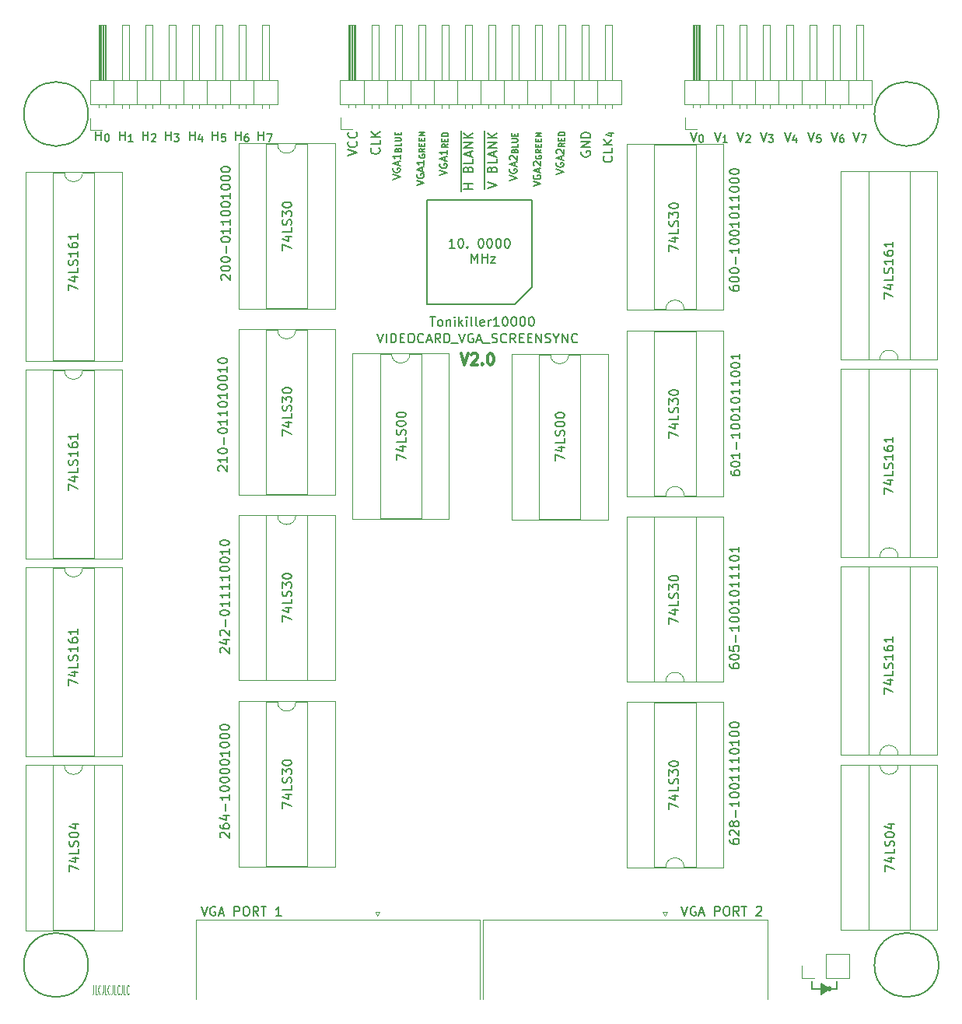
<source format=gbr>
%TF.GenerationSoftware,KiCad,Pcbnew,(6.0.5)*%
%TF.CreationDate,2023-02-18T09:08:36+02:00*%
%TF.ProjectId,VIDEOCARD_SCREENSYNC2.0,56494445-4f43-4415-9244-5f5343524545,rev?*%
%TF.SameCoordinates,Original*%
%TF.FileFunction,Legend,Top*%
%TF.FilePolarity,Positive*%
%FSLAX46Y46*%
G04 Gerber Fmt 4.6, Leading zero omitted, Abs format (unit mm)*
G04 Created by KiCad (PCBNEW (6.0.5)) date 2023-02-18 09:08:36*
%MOMM*%
%LPD*%
G01*
G04 APERTURE LIST*
%ADD10C,0.150000*%
%ADD11C,0.200000*%
%ADD12C,0.160000*%
%ADD13C,0.300000*%
%ADD14C,0.010000*%
%ADD15C,0.120000*%
%ADD16C,4.000000*%
%ADD17R,1.600000X1.600000*%
%ADD18C,1.600000*%
%ADD19R,2.400000X1.600000*%
%ADD20O,2.400000X1.600000*%
%ADD21R,1.700000X1.700000*%
%ADD22O,1.700000X1.700000*%
G04 APERTURE END LIST*
D10*
X184780000Y-142070000D02*
X184780000Y-141270000D01*
X184180000Y-142070000D02*
G75*
G03*
X184180000Y-142070000I-200000J0D01*
G01*
D11*
X195880000Y-46870000D02*
G75*
G03*
X195880000Y-46870000I-3500000J0D01*
G01*
X140200000Y-67000000D02*
X140200000Y-56800000D01*
D10*
X183980000Y-142070000D02*
X184380000Y-142070000D01*
D11*
X103280000Y-139470000D02*
G75*
G03*
X103280000Y-139470000I-3500000J0D01*
G01*
X151600000Y-65700000D02*
X149700000Y-67600000D01*
X151600000Y-57350000D02*
X151600000Y-56200000D01*
D10*
X184080000Y-142070000D02*
G75*
G03*
X184080000Y-142070000I-100000J0D01*
G01*
D11*
X140500000Y-67600000D02*
X140200000Y-67600000D01*
D10*
G36*
X183980000Y-142070000D02*
G01*
X183080000Y-142670000D01*
X183080000Y-141470000D01*
X183980000Y-142070000D01*
G37*
X183980000Y-142070000D02*
X183080000Y-142670000D01*
X183080000Y-141470000D01*
X183980000Y-142070000D01*
D11*
X140800000Y-56200000D02*
X151000000Y-56200000D01*
D10*
X182080000Y-142070000D02*
X182080000Y-141270000D01*
X182480000Y-142070000D02*
X182080000Y-142070000D01*
D11*
X140200000Y-67600000D02*
X140200000Y-67000000D01*
X151600000Y-57350000D02*
X151600000Y-65700000D01*
D10*
X184580000Y-142070000D02*
X184780000Y-142070000D01*
D11*
X151600000Y-56200000D02*
X151000000Y-56200000D01*
X195880000Y-139470000D02*
G75*
G03*
X195880000Y-139470000I-3500000J0D01*
G01*
D10*
X183080000Y-142070000D02*
X182780000Y-142070000D01*
D11*
X149700000Y-67600000D02*
X140500000Y-67600000D01*
X140800000Y-56200000D02*
X140300000Y-56200000D01*
D10*
X182780000Y-142070000D02*
X182480000Y-142070000D01*
D11*
X103280000Y-46870000D02*
G75*
G03*
X103280000Y-46870000I-3500000J0D01*
G01*
D10*
X184380000Y-142070000D02*
X184580000Y-142070000D01*
D11*
X140200000Y-56200000D02*
X140200000Y-56800000D01*
X140300000Y-56200000D02*
X140200000Y-56200000D01*
X143185714Y-61447380D02*
X142614285Y-61447380D01*
X142900000Y-61447380D02*
X142900000Y-60447380D01*
X142804761Y-60590238D01*
X142709523Y-60685476D01*
X142614285Y-60733095D01*
X143804761Y-60447380D02*
X143900000Y-60447380D01*
X143995238Y-60495000D01*
X144042857Y-60542619D01*
X144090476Y-60637857D01*
X144138095Y-60828333D01*
X144138095Y-61066428D01*
X144090476Y-61256904D01*
X144042857Y-61352142D01*
X143995238Y-61399761D01*
X143900000Y-61447380D01*
X143804761Y-61447380D01*
X143709523Y-61399761D01*
X143661904Y-61352142D01*
X143614285Y-61256904D01*
X143566666Y-61066428D01*
X143566666Y-60828333D01*
X143614285Y-60637857D01*
X143661904Y-60542619D01*
X143709523Y-60495000D01*
X143804761Y-60447380D01*
X144566666Y-61352142D02*
X144614285Y-61399761D01*
X144566666Y-61447380D01*
X144519047Y-61399761D01*
X144566666Y-61352142D01*
X144566666Y-61447380D01*
X145995238Y-60447380D02*
X146090476Y-60447380D01*
X146185714Y-60495000D01*
X146233333Y-60542619D01*
X146280952Y-60637857D01*
X146328571Y-60828333D01*
X146328571Y-61066428D01*
X146280952Y-61256904D01*
X146233333Y-61352142D01*
X146185714Y-61399761D01*
X146090476Y-61447380D01*
X145995238Y-61447380D01*
X145900000Y-61399761D01*
X145852380Y-61352142D01*
X145804761Y-61256904D01*
X145757142Y-61066428D01*
X145757142Y-60828333D01*
X145804761Y-60637857D01*
X145852380Y-60542619D01*
X145900000Y-60495000D01*
X145995238Y-60447380D01*
X146947619Y-60447380D02*
X147042857Y-60447380D01*
X147138095Y-60495000D01*
X147185714Y-60542619D01*
X147233333Y-60637857D01*
X147280952Y-60828333D01*
X147280952Y-61066428D01*
X147233333Y-61256904D01*
X147185714Y-61352142D01*
X147138095Y-61399761D01*
X147042857Y-61447380D01*
X146947619Y-61447380D01*
X146852380Y-61399761D01*
X146804761Y-61352142D01*
X146757142Y-61256904D01*
X146709523Y-61066428D01*
X146709523Y-60828333D01*
X146757142Y-60637857D01*
X146804761Y-60542619D01*
X146852380Y-60495000D01*
X146947619Y-60447380D01*
X147900000Y-60447380D02*
X147995238Y-60447380D01*
X148090476Y-60495000D01*
X148138095Y-60542619D01*
X148185714Y-60637857D01*
X148233333Y-60828333D01*
X148233333Y-61066428D01*
X148185714Y-61256904D01*
X148138095Y-61352142D01*
X148090476Y-61399761D01*
X147995238Y-61447380D01*
X147900000Y-61447380D01*
X147804761Y-61399761D01*
X147757142Y-61352142D01*
X147709523Y-61256904D01*
X147661904Y-61066428D01*
X147661904Y-60828333D01*
X147709523Y-60637857D01*
X147757142Y-60542619D01*
X147804761Y-60495000D01*
X147900000Y-60447380D01*
X148852380Y-60447380D02*
X148947619Y-60447380D01*
X149042857Y-60495000D01*
X149090476Y-60542619D01*
X149138095Y-60637857D01*
X149185714Y-60828333D01*
X149185714Y-61066428D01*
X149138095Y-61256904D01*
X149090476Y-61352142D01*
X149042857Y-61399761D01*
X148947619Y-61447380D01*
X148852380Y-61447380D01*
X148757142Y-61399761D01*
X148709523Y-61352142D01*
X148661904Y-61256904D01*
X148614285Y-61066428D01*
X148614285Y-60828333D01*
X148661904Y-60637857D01*
X148709523Y-60542619D01*
X148757142Y-60495000D01*
X148852380Y-60447380D01*
X145019047Y-63057380D02*
X145019047Y-62057380D01*
X145352380Y-62771666D01*
X145685714Y-62057380D01*
X145685714Y-63057380D01*
X146161904Y-63057380D02*
X146161904Y-62057380D01*
X146161904Y-62533571D02*
X146733333Y-62533571D01*
X146733333Y-63057380D02*
X146733333Y-62057380D01*
X147114285Y-62390714D02*
X147638095Y-62390714D01*
X147114285Y-63057380D01*
X147638095Y-63057380D01*
X179085714Y-48852380D02*
X179419047Y-49852380D01*
X179752380Y-48852380D01*
X180380952Y-49428571D02*
X180380952Y-49961904D01*
X180190476Y-49123809D02*
X180000000Y-49695238D01*
X180495238Y-49695238D01*
X173232380Y-85732857D02*
X173232380Y-85923333D01*
X173280000Y-86018571D01*
X173327619Y-86066190D01*
X173470476Y-86161428D01*
X173660952Y-86209047D01*
X174041904Y-86209047D01*
X174137142Y-86161428D01*
X174184761Y-86113809D01*
X174232380Y-86018571D01*
X174232380Y-85828095D01*
X174184761Y-85732857D01*
X174137142Y-85685238D01*
X174041904Y-85637619D01*
X173803809Y-85637619D01*
X173708571Y-85685238D01*
X173660952Y-85732857D01*
X173613333Y-85828095D01*
X173613333Y-86018571D01*
X173660952Y-86113809D01*
X173708571Y-86161428D01*
X173803809Y-86209047D01*
X173232380Y-85018571D02*
X173232380Y-84923333D01*
X173280000Y-84828095D01*
X173327619Y-84780476D01*
X173422857Y-84732857D01*
X173613333Y-84685238D01*
X173851428Y-84685238D01*
X174041904Y-84732857D01*
X174137142Y-84780476D01*
X174184761Y-84828095D01*
X174232380Y-84923333D01*
X174232380Y-85018571D01*
X174184761Y-85113809D01*
X174137142Y-85161428D01*
X174041904Y-85209047D01*
X173851428Y-85256666D01*
X173613333Y-85256666D01*
X173422857Y-85209047D01*
X173327619Y-85161428D01*
X173280000Y-85113809D01*
X173232380Y-85018571D01*
X174232380Y-83732857D02*
X174232380Y-84304285D01*
X174232380Y-84018571D02*
X173232380Y-84018571D01*
X173375238Y-84113809D01*
X173470476Y-84209047D01*
X173518095Y-84304285D01*
X173851428Y-83304285D02*
X173851428Y-82542380D01*
X174232380Y-81542380D02*
X174232380Y-82113809D01*
X174232380Y-81828095D02*
X173232380Y-81828095D01*
X173375238Y-81923333D01*
X173470476Y-82018571D01*
X173518095Y-82113809D01*
X173232380Y-80923333D02*
X173232380Y-80828095D01*
X173280000Y-80732857D01*
X173327619Y-80685238D01*
X173422857Y-80637619D01*
X173613333Y-80590000D01*
X173851428Y-80590000D01*
X174041904Y-80637619D01*
X174137142Y-80685238D01*
X174184761Y-80732857D01*
X174232380Y-80828095D01*
X174232380Y-80923333D01*
X174184761Y-81018571D01*
X174137142Y-81066190D01*
X174041904Y-81113809D01*
X173851428Y-81161428D01*
X173613333Y-81161428D01*
X173422857Y-81113809D01*
X173327619Y-81066190D01*
X173280000Y-81018571D01*
X173232380Y-80923333D01*
X173232380Y-79970952D02*
X173232380Y-79875714D01*
X173280000Y-79780476D01*
X173327619Y-79732857D01*
X173422857Y-79685238D01*
X173613333Y-79637619D01*
X173851428Y-79637619D01*
X174041904Y-79685238D01*
X174137142Y-79732857D01*
X174184761Y-79780476D01*
X174232380Y-79875714D01*
X174232380Y-79970952D01*
X174184761Y-80066190D01*
X174137142Y-80113809D01*
X174041904Y-80161428D01*
X173851428Y-80209047D01*
X173613333Y-80209047D01*
X173422857Y-80161428D01*
X173327619Y-80113809D01*
X173280000Y-80066190D01*
X173232380Y-79970952D01*
X174232380Y-78685238D02*
X174232380Y-79256666D01*
X174232380Y-78970952D02*
X173232380Y-78970952D01*
X173375238Y-79066190D01*
X173470476Y-79161428D01*
X173518095Y-79256666D01*
X173232380Y-78066190D02*
X173232380Y-77970952D01*
X173280000Y-77875714D01*
X173327619Y-77828095D01*
X173422857Y-77780476D01*
X173613333Y-77732857D01*
X173851428Y-77732857D01*
X174041904Y-77780476D01*
X174137142Y-77828095D01*
X174184761Y-77875714D01*
X174232380Y-77970952D01*
X174232380Y-78066190D01*
X174184761Y-78161428D01*
X174137142Y-78209047D01*
X174041904Y-78256666D01*
X173851428Y-78304285D01*
X173613333Y-78304285D01*
X173422857Y-78256666D01*
X173327619Y-78209047D01*
X173280000Y-78161428D01*
X173232380Y-78066190D01*
X174232380Y-76780476D02*
X174232380Y-77351904D01*
X174232380Y-77066190D02*
X173232380Y-77066190D01*
X173375238Y-77161428D01*
X173470476Y-77256666D01*
X173518095Y-77351904D01*
X174232380Y-75828095D02*
X174232380Y-76399523D01*
X174232380Y-76113809D02*
X173232380Y-76113809D01*
X173375238Y-76209047D01*
X173470476Y-76304285D01*
X173518095Y-76399523D01*
X173232380Y-75209047D02*
X173232380Y-75113809D01*
X173280000Y-75018571D01*
X173327619Y-74970952D01*
X173422857Y-74923333D01*
X173613333Y-74875714D01*
X173851428Y-74875714D01*
X174041904Y-74923333D01*
X174137142Y-74970952D01*
X174184761Y-75018571D01*
X174232380Y-75113809D01*
X174232380Y-75209047D01*
X174184761Y-75304285D01*
X174137142Y-75351904D01*
X174041904Y-75399523D01*
X173851428Y-75447142D01*
X173613333Y-75447142D01*
X173422857Y-75399523D01*
X173327619Y-75351904D01*
X173280000Y-75304285D01*
X173232380Y-75209047D01*
X173232380Y-74256666D02*
X173232380Y-74161428D01*
X173280000Y-74066190D01*
X173327619Y-74018571D01*
X173422857Y-73970952D01*
X173613333Y-73923333D01*
X173851428Y-73923333D01*
X174041904Y-73970952D01*
X174137142Y-74018571D01*
X174184761Y-74066190D01*
X174232380Y-74161428D01*
X174232380Y-74256666D01*
X174184761Y-74351904D01*
X174137142Y-74399523D01*
X174041904Y-74447142D01*
X173851428Y-74494761D01*
X173613333Y-74494761D01*
X173422857Y-74447142D01*
X173327619Y-74399523D01*
X173280000Y-74351904D01*
X173232380Y-74256666D01*
X174232380Y-72970952D02*
X174232380Y-73542380D01*
X174232380Y-73256666D02*
X173232380Y-73256666D01*
X173375238Y-73351904D01*
X173470476Y-73447142D01*
X173518095Y-73542380D01*
X114333333Y-49752380D02*
X114333333Y-48752380D01*
X114333333Y-49228571D02*
X114904761Y-49228571D01*
X114904761Y-49752380D02*
X114904761Y-48752380D01*
X115676190Y-49328571D02*
X115676190Y-49861904D01*
X115485714Y-49023809D02*
X115295238Y-49595238D01*
X115790476Y-49595238D01*
X173985714Y-48852380D02*
X174319047Y-49852380D01*
X174652380Y-48852380D01*
X174900000Y-49238095D02*
X174938095Y-49200000D01*
X175014285Y-49161904D01*
X175204761Y-49161904D01*
X175280952Y-49200000D01*
X175319047Y-49238095D01*
X175357142Y-49314285D01*
X175357142Y-49390476D01*
X175319047Y-49504761D01*
X174861904Y-49961904D01*
X175357142Y-49961904D01*
X157000000Y-50961904D02*
X156952380Y-51057142D01*
X156952380Y-51200000D01*
X157000000Y-51342857D01*
X157095238Y-51438095D01*
X157190476Y-51485714D01*
X157380952Y-51533333D01*
X157523809Y-51533333D01*
X157714285Y-51485714D01*
X157809523Y-51438095D01*
X157904761Y-51342857D01*
X157952380Y-51200000D01*
X157952380Y-51104761D01*
X157904761Y-50961904D01*
X157857142Y-50914285D01*
X157523809Y-50914285D01*
X157523809Y-51104761D01*
X157952380Y-50485714D02*
X156952380Y-50485714D01*
X157952380Y-49914285D01*
X156952380Y-49914285D01*
X157952380Y-49438095D02*
X156952380Y-49438095D01*
X156952380Y-49200000D01*
X157000000Y-49057142D01*
X157095238Y-48961904D01*
X157190476Y-48914285D01*
X157380952Y-48866666D01*
X157523809Y-48866666D01*
X157714285Y-48914285D01*
X157809523Y-48961904D01*
X157904761Y-49057142D01*
X157952380Y-49200000D01*
X157952380Y-49438095D01*
D12*
X149161904Y-54094285D02*
X149961904Y-53827619D01*
X149161904Y-53560952D01*
X149200000Y-52875238D02*
X149161904Y-52951428D01*
X149161904Y-53065714D01*
X149200000Y-53180000D01*
X149276190Y-53256190D01*
X149352380Y-53294285D01*
X149504761Y-53332380D01*
X149619047Y-53332380D01*
X149771428Y-53294285D01*
X149847619Y-53256190D01*
X149923809Y-53180000D01*
X149961904Y-53065714D01*
X149961904Y-52989523D01*
X149923809Y-52875238D01*
X149885714Y-52837142D01*
X149619047Y-52837142D01*
X149619047Y-52989523D01*
X149733333Y-52532380D02*
X149733333Y-52151428D01*
X149961904Y-52608571D02*
X149161904Y-52341904D01*
X149961904Y-52075238D01*
X149238095Y-51846666D02*
X149200000Y-51808571D01*
X149161904Y-51732380D01*
X149161904Y-51541904D01*
X149200000Y-51465714D01*
X149238095Y-51427619D01*
X149314285Y-51389523D01*
X149390476Y-51389523D01*
X149504761Y-51427619D01*
X149961904Y-51884761D01*
X149961904Y-51389523D01*
X149714285Y-50871428D02*
X149744761Y-50780000D01*
X149775238Y-50749523D01*
X149836190Y-50719047D01*
X149927619Y-50719047D01*
X149988571Y-50749523D01*
X150019047Y-50780000D01*
X150049523Y-50840952D01*
X150049523Y-51084761D01*
X149409523Y-51084761D01*
X149409523Y-50871428D01*
X149440000Y-50810476D01*
X149470476Y-50780000D01*
X149531428Y-50749523D01*
X149592380Y-50749523D01*
X149653333Y-50780000D01*
X149683809Y-50810476D01*
X149714285Y-50871428D01*
X149714285Y-51084761D01*
X150049523Y-50140000D02*
X150049523Y-50444761D01*
X149409523Y-50444761D01*
X149409523Y-49926666D02*
X149927619Y-49926666D01*
X149988571Y-49896190D01*
X150019047Y-49865714D01*
X150049523Y-49804761D01*
X150049523Y-49682857D01*
X150019047Y-49621904D01*
X149988571Y-49591428D01*
X149927619Y-49560952D01*
X149409523Y-49560952D01*
X149714285Y-49256190D02*
X149714285Y-49042857D01*
X150049523Y-48951428D02*
X150049523Y-49256190D01*
X149409523Y-49256190D01*
X149409523Y-48951428D01*
D11*
X121833333Y-49752380D02*
X121833333Y-48752380D01*
X121833333Y-49228571D02*
X122404761Y-49228571D01*
X122404761Y-49752380D02*
X122404761Y-48752380D01*
X122757142Y-49061904D02*
X123290476Y-49061904D01*
X122947619Y-49861904D01*
X134771428Y-70752380D02*
X135104761Y-71752380D01*
X135438095Y-70752380D01*
X135771428Y-71752380D02*
X135771428Y-70752380D01*
X136247619Y-71752380D02*
X136247619Y-70752380D01*
X136485714Y-70752380D01*
X136628571Y-70800000D01*
X136723809Y-70895238D01*
X136771428Y-70990476D01*
X136819047Y-71180952D01*
X136819047Y-71323809D01*
X136771428Y-71514285D01*
X136723809Y-71609523D01*
X136628571Y-71704761D01*
X136485714Y-71752380D01*
X136247619Y-71752380D01*
X137247619Y-71228571D02*
X137580952Y-71228571D01*
X137723809Y-71752380D02*
X137247619Y-71752380D01*
X137247619Y-70752380D01*
X137723809Y-70752380D01*
X138342857Y-70752380D02*
X138533333Y-70752380D01*
X138628571Y-70800000D01*
X138723809Y-70895238D01*
X138771428Y-71085714D01*
X138771428Y-71419047D01*
X138723809Y-71609523D01*
X138628571Y-71704761D01*
X138533333Y-71752380D01*
X138342857Y-71752380D01*
X138247619Y-71704761D01*
X138152380Y-71609523D01*
X138104761Y-71419047D01*
X138104761Y-71085714D01*
X138152380Y-70895238D01*
X138247619Y-70800000D01*
X138342857Y-70752380D01*
X139771428Y-71657142D02*
X139723809Y-71704761D01*
X139580952Y-71752380D01*
X139485714Y-71752380D01*
X139342857Y-71704761D01*
X139247619Y-71609523D01*
X139200000Y-71514285D01*
X139152380Y-71323809D01*
X139152380Y-71180952D01*
X139200000Y-70990476D01*
X139247619Y-70895238D01*
X139342857Y-70800000D01*
X139485714Y-70752380D01*
X139580952Y-70752380D01*
X139723809Y-70800000D01*
X139771428Y-70847619D01*
X140152380Y-71466666D02*
X140628571Y-71466666D01*
X140057142Y-71752380D02*
X140390476Y-70752380D01*
X140723809Y-71752380D01*
X141628571Y-71752380D02*
X141295238Y-71276190D01*
X141057142Y-71752380D02*
X141057142Y-70752380D01*
X141438095Y-70752380D01*
X141533333Y-70800000D01*
X141580952Y-70847619D01*
X141628571Y-70942857D01*
X141628571Y-71085714D01*
X141580952Y-71180952D01*
X141533333Y-71228571D01*
X141438095Y-71276190D01*
X141057142Y-71276190D01*
X142057142Y-71752380D02*
X142057142Y-70752380D01*
X142295238Y-70752380D01*
X142438095Y-70800000D01*
X142533333Y-70895238D01*
X142580952Y-70990476D01*
X142628571Y-71180952D01*
X142628571Y-71323809D01*
X142580952Y-71514285D01*
X142533333Y-71609523D01*
X142438095Y-71704761D01*
X142295238Y-71752380D01*
X142057142Y-71752380D01*
X142819047Y-71847619D02*
X143580952Y-71847619D01*
X143676190Y-70752380D02*
X144009523Y-71752380D01*
X144342857Y-70752380D01*
X145200000Y-70800000D02*
X145104761Y-70752380D01*
X144961904Y-70752380D01*
X144819047Y-70800000D01*
X144723809Y-70895238D01*
X144676190Y-70990476D01*
X144628571Y-71180952D01*
X144628571Y-71323809D01*
X144676190Y-71514285D01*
X144723809Y-71609523D01*
X144819047Y-71704761D01*
X144961904Y-71752380D01*
X145057142Y-71752380D01*
X145200000Y-71704761D01*
X145247619Y-71657142D01*
X145247619Y-71323809D01*
X145057142Y-71323809D01*
X145628571Y-71466666D02*
X146104761Y-71466666D01*
X145533333Y-71752380D02*
X145866666Y-70752380D01*
X146200000Y-71752380D01*
X146295238Y-71847619D02*
X147057142Y-71847619D01*
X147247619Y-71704761D02*
X147390476Y-71752380D01*
X147628571Y-71752380D01*
X147723809Y-71704761D01*
X147771428Y-71657142D01*
X147819047Y-71561904D01*
X147819047Y-71466666D01*
X147771428Y-71371428D01*
X147723809Y-71323809D01*
X147628571Y-71276190D01*
X147438095Y-71228571D01*
X147342857Y-71180952D01*
X147295238Y-71133333D01*
X147247619Y-71038095D01*
X147247619Y-70942857D01*
X147295238Y-70847619D01*
X147342857Y-70800000D01*
X147438095Y-70752380D01*
X147676190Y-70752380D01*
X147819047Y-70800000D01*
X148819047Y-71657142D02*
X148771428Y-71704761D01*
X148628571Y-71752380D01*
X148533333Y-71752380D01*
X148390476Y-71704761D01*
X148295238Y-71609523D01*
X148247619Y-71514285D01*
X148200000Y-71323809D01*
X148200000Y-71180952D01*
X148247619Y-70990476D01*
X148295238Y-70895238D01*
X148390476Y-70800000D01*
X148533333Y-70752380D01*
X148628571Y-70752380D01*
X148771428Y-70800000D01*
X148819047Y-70847619D01*
X149819047Y-71752380D02*
X149485714Y-71276190D01*
X149247619Y-71752380D02*
X149247619Y-70752380D01*
X149628571Y-70752380D01*
X149723809Y-70800000D01*
X149771428Y-70847619D01*
X149819047Y-70942857D01*
X149819047Y-71085714D01*
X149771428Y-71180952D01*
X149723809Y-71228571D01*
X149628571Y-71276190D01*
X149247619Y-71276190D01*
X150247619Y-71228571D02*
X150580952Y-71228571D01*
X150723809Y-71752380D02*
X150247619Y-71752380D01*
X150247619Y-70752380D01*
X150723809Y-70752380D01*
X151152380Y-71228571D02*
X151485714Y-71228571D01*
X151628571Y-71752380D02*
X151152380Y-71752380D01*
X151152380Y-70752380D01*
X151628571Y-70752380D01*
X152057142Y-71752380D02*
X152057142Y-70752380D01*
X152628571Y-71752380D01*
X152628571Y-70752380D01*
X153057142Y-71704761D02*
X153200000Y-71752380D01*
X153438095Y-71752380D01*
X153533333Y-71704761D01*
X153580952Y-71657142D01*
X153628571Y-71561904D01*
X153628571Y-71466666D01*
X153580952Y-71371428D01*
X153533333Y-71323809D01*
X153438095Y-71276190D01*
X153247619Y-71228571D01*
X153152380Y-71180952D01*
X153104761Y-71133333D01*
X153057142Y-71038095D01*
X153057142Y-70942857D01*
X153104761Y-70847619D01*
X153152380Y-70800000D01*
X153247619Y-70752380D01*
X153485714Y-70752380D01*
X153628571Y-70800000D01*
X154247619Y-71276190D02*
X154247619Y-71752380D01*
X153914285Y-70752380D02*
X154247619Y-71276190D01*
X154580952Y-70752380D01*
X154914285Y-71752380D02*
X154914285Y-70752380D01*
X155485714Y-71752380D01*
X155485714Y-70752380D01*
X156533333Y-71657142D02*
X156485714Y-71704761D01*
X156342857Y-71752380D01*
X156247619Y-71752380D01*
X156104761Y-71704761D01*
X156009523Y-71609523D01*
X155961904Y-71514285D01*
X155914285Y-71323809D01*
X155914285Y-71180952D01*
X155961904Y-70990476D01*
X156009523Y-70895238D01*
X156104761Y-70800000D01*
X156247619Y-70752380D01*
X156342857Y-70752380D01*
X156485714Y-70800000D01*
X156533333Y-70847619D01*
X131552380Y-51433333D02*
X132552380Y-51100000D01*
X131552380Y-50766666D01*
X132457142Y-49861904D02*
X132504761Y-49909523D01*
X132552380Y-50052380D01*
X132552380Y-50147619D01*
X132504761Y-50290476D01*
X132409523Y-50385714D01*
X132314285Y-50433333D01*
X132123809Y-50480952D01*
X131980952Y-50480952D01*
X131790476Y-50433333D01*
X131695238Y-50385714D01*
X131600000Y-50290476D01*
X131552380Y-50147619D01*
X131552380Y-50052380D01*
X131600000Y-49909523D01*
X131647619Y-49861904D01*
X132457142Y-48861904D02*
X132504761Y-48909523D01*
X132552380Y-49052380D01*
X132552380Y-49147619D01*
X132504761Y-49290476D01*
X132409523Y-49385714D01*
X132314285Y-49433333D01*
X132123809Y-49480952D01*
X131980952Y-49480952D01*
X131790476Y-49433333D01*
X131695238Y-49385714D01*
X131600000Y-49290476D01*
X131552380Y-49147619D01*
X131552380Y-49052380D01*
X131600000Y-48909523D01*
X131647619Y-48861904D01*
D12*
X141561904Y-53520000D02*
X142361904Y-53253333D01*
X141561904Y-52986666D01*
X141600000Y-52300952D02*
X141561904Y-52377142D01*
X141561904Y-52491428D01*
X141600000Y-52605714D01*
X141676190Y-52681904D01*
X141752380Y-52720000D01*
X141904761Y-52758095D01*
X142019047Y-52758095D01*
X142171428Y-52720000D01*
X142247619Y-52681904D01*
X142323809Y-52605714D01*
X142361904Y-52491428D01*
X142361904Y-52415238D01*
X142323809Y-52300952D01*
X142285714Y-52262857D01*
X142019047Y-52262857D01*
X142019047Y-52415238D01*
X142133333Y-51958095D02*
X142133333Y-51577142D01*
X142361904Y-52034285D02*
X141561904Y-51767619D01*
X142361904Y-51500952D01*
X142361904Y-50815238D02*
X142361904Y-51272380D01*
X142361904Y-51043809D02*
X141561904Y-51043809D01*
X141676190Y-51120000D01*
X141752380Y-51196190D01*
X141790476Y-51272380D01*
X142449523Y-50144761D02*
X142144761Y-50358095D01*
X142449523Y-50510476D02*
X141809523Y-50510476D01*
X141809523Y-50266666D01*
X141840000Y-50205714D01*
X141870476Y-50175238D01*
X141931428Y-50144761D01*
X142022857Y-50144761D01*
X142083809Y-50175238D01*
X142114285Y-50205714D01*
X142144761Y-50266666D01*
X142144761Y-50510476D01*
X142114285Y-49870476D02*
X142114285Y-49657142D01*
X142449523Y-49565714D02*
X142449523Y-49870476D01*
X141809523Y-49870476D01*
X141809523Y-49565714D01*
X142449523Y-49291428D02*
X141809523Y-49291428D01*
X141809523Y-49139047D01*
X141840000Y-49047619D01*
X141900952Y-48986666D01*
X141961904Y-48956190D01*
X142083809Y-48925714D01*
X142175238Y-48925714D01*
X142297142Y-48956190D01*
X142358095Y-48986666D01*
X142419047Y-49047619D01*
X142449523Y-49139047D01*
X142449523Y-49291428D01*
X154261904Y-53420000D02*
X155061904Y-53153333D01*
X154261904Y-52886666D01*
X154300000Y-52200952D02*
X154261904Y-52277142D01*
X154261904Y-52391428D01*
X154300000Y-52505714D01*
X154376190Y-52581904D01*
X154452380Y-52620000D01*
X154604761Y-52658095D01*
X154719047Y-52658095D01*
X154871428Y-52620000D01*
X154947619Y-52581904D01*
X155023809Y-52505714D01*
X155061904Y-52391428D01*
X155061904Y-52315238D01*
X155023809Y-52200952D01*
X154985714Y-52162857D01*
X154719047Y-52162857D01*
X154719047Y-52315238D01*
X154833333Y-51858095D02*
X154833333Y-51477142D01*
X155061904Y-51934285D02*
X154261904Y-51667619D01*
X155061904Y-51400952D01*
X154338095Y-51172380D02*
X154300000Y-51134285D01*
X154261904Y-51058095D01*
X154261904Y-50867619D01*
X154300000Y-50791428D01*
X154338095Y-50753333D01*
X154414285Y-50715238D01*
X154490476Y-50715238D01*
X154604761Y-50753333D01*
X155061904Y-51210476D01*
X155061904Y-50715238D01*
X155149523Y-50044761D02*
X154844761Y-50258095D01*
X155149523Y-50410476D02*
X154509523Y-50410476D01*
X154509523Y-50166666D01*
X154540000Y-50105714D01*
X154570476Y-50075238D01*
X154631428Y-50044761D01*
X154722857Y-50044761D01*
X154783809Y-50075238D01*
X154814285Y-50105714D01*
X154844761Y-50166666D01*
X154844761Y-50410476D01*
X154814285Y-49770476D02*
X154814285Y-49557142D01*
X155149523Y-49465714D02*
X155149523Y-49770476D01*
X154509523Y-49770476D01*
X154509523Y-49465714D01*
X155149523Y-49191428D02*
X154509523Y-49191428D01*
X154509523Y-49039047D01*
X154540000Y-48947619D01*
X154600952Y-48886666D01*
X154661904Y-48856190D01*
X154783809Y-48825714D01*
X154875238Y-48825714D01*
X154997142Y-48856190D01*
X155058095Y-48886666D01*
X155119047Y-48947619D01*
X155149523Y-49039047D01*
X155149523Y-49191428D01*
D11*
X109233333Y-49752380D02*
X109233333Y-48752380D01*
X109233333Y-49228571D02*
X109804761Y-49228571D01*
X109804761Y-49752380D02*
X109804761Y-48752380D01*
X110195238Y-49138095D02*
X110233333Y-49100000D01*
X110309523Y-49061904D01*
X110500000Y-49061904D01*
X110576190Y-49100000D01*
X110614285Y-49138095D01*
X110652380Y-49214285D01*
X110652380Y-49290476D01*
X110614285Y-49404761D01*
X110157142Y-49861904D01*
X110652380Y-49861904D01*
X146470000Y-55066666D02*
X146470000Y-54209523D01*
X146752380Y-54971428D02*
X147752380Y-54638095D01*
X146752380Y-54304761D01*
X146470000Y-54209523D02*
X146470000Y-53447619D01*
X146470000Y-53447619D02*
X146470000Y-52447619D01*
X147228571Y-52876190D02*
X147276190Y-52733333D01*
X147323809Y-52685714D01*
X147419047Y-52638095D01*
X147561904Y-52638095D01*
X147657142Y-52685714D01*
X147704761Y-52733333D01*
X147752380Y-52828571D01*
X147752380Y-53209523D01*
X146752380Y-53209523D01*
X146752380Y-52876190D01*
X146800000Y-52780952D01*
X146847619Y-52733333D01*
X146942857Y-52685714D01*
X147038095Y-52685714D01*
X147133333Y-52733333D01*
X147180952Y-52780952D01*
X147228571Y-52876190D01*
X147228571Y-53209523D01*
X146470000Y-52447619D02*
X146470000Y-51638095D01*
X147752380Y-51733333D02*
X147752380Y-52209523D01*
X146752380Y-52209523D01*
X146470000Y-51638095D02*
X146470000Y-50780952D01*
X147466666Y-51447619D02*
X147466666Y-50971428D01*
X147752380Y-51542857D02*
X146752380Y-51209523D01*
X147752380Y-50876190D01*
X146470000Y-50780952D02*
X146470000Y-49733333D01*
X147752380Y-50542857D02*
X146752380Y-50542857D01*
X147752380Y-49971428D01*
X146752380Y-49971428D01*
X146470000Y-49733333D02*
X146470000Y-48733333D01*
X147752380Y-49495238D02*
X146752380Y-49495238D01*
X147752380Y-48923809D02*
X147180952Y-49352380D01*
X146752380Y-48923809D02*
X147323809Y-49495238D01*
X106733333Y-49752380D02*
X106733333Y-48752380D01*
X106733333Y-49228571D02*
X107304761Y-49228571D01*
X107304761Y-49752380D02*
X107304761Y-48752380D01*
X108152380Y-49861904D02*
X107695238Y-49861904D01*
X107923809Y-49861904D02*
X107923809Y-49061904D01*
X107847619Y-49176190D01*
X107771428Y-49252380D01*
X107695238Y-49290476D01*
X134957142Y-50595238D02*
X135004761Y-50642857D01*
X135052380Y-50785714D01*
X135052380Y-50880952D01*
X135004761Y-51023809D01*
X134909523Y-51119047D01*
X134814285Y-51166666D01*
X134623809Y-51214285D01*
X134480952Y-51214285D01*
X134290476Y-51166666D01*
X134195238Y-51119047D01*
X134100000Y-51023809D01*
X134052380Y-50880952D01*
X134052380Y-50785714D01*
X134100000Y-50642857D01*
X134147619Y-50595238D01*
X135052380Y-49690476D02*
X135052380Y-50166666D01*
X134052380Y-50166666D01*
X135052380Y-49357142D02*
X134052380Y-49357142D01*
X135052380Y-48785714D02*
X134480952Y-49214285D01*
X134052380Y-48785714D02*
X134623809Y-49357142D01*
D12*
X139061904Y-54644761D02*
X139861904Y-54378095D01*
X139061904Y-54111428D01*
X139100000Y-53425714D02*
X139061904Y-53501904D01*
X139061904Y-53616190D01*
X139100000Y-53730476D01*
X139176190Y-53806666D01*
X139252380Y-53844761D01*
X139404761Y-53882857D01*
X139519047Y-53882857D01*
X139671428Y-53844761D01*
X139747619Y-53806666D01*
X139823809Y-53730476D01*
X139861904Y-53616190D01*
X139861904Y-53540000D01*
X139823809Y-53425714D01*
X139785714Y-53387619D01*
X139519047Y-53387619D01*
X139519047Y-53540000D01*
X139633333Y-53082857D02*
X139633333Y-52701904D01*
X139861904Y-53159047D02*
X139061904Y-52892380D01*
X139861904Y-52625714D01*
X139861904Y-51940000D02*
X139861904Y-52397142D01*
X139861904Y-52168571D02*
X139061904Y-52168571D01*
X139176190Y-52244761D01*
X139252380Y-52320952D01*
X139290476Y-52397142D01*
X139340000Y-51300000D02*
X139309523Y-51360952D01*
X139309523Y-51452380D01*
X139340000Y-51543809D01*
X139400952Y-51604761D01*
X139461904Y-51635238D01*
X139583809Y-51665714D01*
X139675238Y-51665714D01*
X139797142Y-51635238D01*
X139858095Y-51604761D01*
X139919047Y-51543809D01*
X139949523Y-51452380D01*
X139949523Y-51391428D01*
X139919047Y-51300000D01*
X139888571Y-51269523D01*
X139675238Y-51269523D01*
X139675238Y-51391428D01*
X139949523Y-50629523D02*
X139644761Y-50842857D01*
X139949523Y-50995238D02*
X139309523Y-50995238D01*
X139309523Y-50751428D01*
X139340000Y-50690476D01*
X139370476Y-50660000D01*
X139431428Y-50629523D01*
X139522857Y-50629523D01*
X139583809Y-50660000D01*
X139614285Y-50690476D01*
X139644761Y-50751428D01*
X139644761Y-50995238D01*
X139614285Y-50355238D02*
X139614285Y-50141904D01*
X139949523Y-50050476D02*
X139949523Y-50355238D01*
X139309523Y-50355238D01*
X139309523Y-50050476D01*
X139614285Y-49776190D02*
X139614285Y-49562857D01*
X139949523Y-49471428D02*
X139949523Y-49776190D01*
X139309523Y-49776190D01*
X139309523Y-49471428D01*
X139949523Y-49197142D02*
X139309523Y-49197142D01*
X139949523Y-48831428D01*
X139309523Y-48831428D01*
D13*
X143871428Y-72942857D02*
X144271428Y-74142857D01*
X144671428Y-72942857D01*
X145014285Y-73057142D02*
X145071428Y-73000000D01*
X145185714Y-72942857D01*
X145471428Y-72942857D01*
X145585714Y-73000000D01*
X145642857Y-73057142D01*
X145700000Y-73171428D01*
X145700000Y-73285714D01*
X145642857Y-73457142D01*
X144957142Y-74142857D01*
X145700000Y-74142857D01*
X146214285Y-74028571D02*
X146271428Y-74085714D01*
X146214285Y-74142857D01*
X146157142Y-74085714D01*
X146214285Y-74028571D01*
X146214285Y-74142857D01*
X147014285Y-72942857D02*
X147128571Y-72942857D01*
X147242857Y-73000000D01*
X147300000Y-73057142D01*
X147357142Y-73171428D01*
X147414285Y-73400000D01*
X147414285Y-73685714D01*
X147357142Y-73914285D01*
X147300000Y-74028571D01*
X147242857Y-74085714D01*
X147128571Y-74142857D01*
X147014285Y-74142857D01*
X146900000Y-74085714D01*
X146842857Y-74028571D01*
X146785714Y-73914285D01*
X146728571Y-73685714D01*
X146728571Y-73400000D01*
X146785714Y-73171428D01*
X146842857Y-73057142D01*
X146900000Y-73000000D01*
X147014285Y-72942857D01*
D11*
X117822619Y-64912857D02*
X117775000Y-64865238D01*
X117727380Y-64770000D01*
X117727380Y-64531904D01*
X117775000Y-64436666D01*
X117822619Y-64389047D01*
X117917857Y-64341428D01*
X118013095Y-64341428D01*
X118155952Y-64389047D01*
X118727380Y-64960476D01*
X118727380Y-64341428D01*
X117727380Y-63722380D02*
X117727380Y-63627142D01*
X117775000Y-63531904D01*
X117822619Y-63484285D01*
X117917857Y-63436666D01*
X118108333Y-63389047D01*
X118346428Y-63389047D01*
X118536904Y-63436666D01*
X118632142Y-63484285D01*
X118679761Y-63531904D01*
X118727380Y-63627142D01*
X118727380Y-63722380D01*
X118679761Y-63817619D01*
X118632142Y-63865238D01*
X118536904Y-63912857D01*
X118346428Y-63960476D01*
X118108333Y-63960476D01*
X117917857Y-63912857D01*
X117822619Y-63865238D01*
X117775000Y-63817619D01*
X117727380Y-63722380D01*
X117727380Y-62770000D02*
X117727380Y-62674761D01*
X117775000Y-62579523D01*
X117822619Y-62531904D01*
X117917857Y-62484285D01*
X118108333Y-62436666D01*
X118346428Y-62436666D01*
X118536904Y-62484285D01*
X118632142Y-62531904D01*
X118679761Y-62579523D01*
X118727380Y-62674761D01*
X118727380Y-62770000D01*
X118679761Y-62865238D01*
X118632142Y-62912857D01*
X118536904Y-62960476D01*
X118346428Y-63008095D01*
X118108333Y-63008095D01*
X117917857Y-62960476D01*
X117822619Y-62912857D01*
X117775000Y-62865238D01*
X117727380Y-62770000D01*
X118346428Y-62008095D02*
X118346428Y-61246190D01*
X117727380Y-60579523D02*
X117727380Y-60484285D01*
X117775000Y-60389047D01*
X117822619Y-60341428D01*
X117917857Y-60293809D01*
X118108333Y-60246190D01*
X118346428Y-60246190D01*
X118536904Y-60293809D01*
X118632142Y-60341428D01*
X118679761Y-60389047D01*
X118727380Y-60484285D01*
X118727380Y-60579523D01*
X118679761Y-60674761D01*
X118632142Y-60722380D01*
X118536904Y-60770000D01*
X118346428Y-60817619D01*
X118108333Y-60817619D01*
X117917857Y-60770000D01*
X117822619Y-60722380D01*
X117775000Y-60674761D01*
X117727380Y-60579523D01*
X118727380Y-59293809D02*
X118727380Y-59865238D01*
X118727380Y-59579523D02*
X117727380Y-59579523D01*
X117870238Y-59674761D01*
X117965476Y-59770000D01*
X118013095Y-59865238D01*
X118727380Y-58341428D02*
X118727380Y-58912857D01*
X118727380Y-58627142D02*
X117727380Y-58627142D01*
X117870238Y-58722380D01*
X117965476Y-58817619D01*
X118013095Y-58912857D01*
X117727380Y-57722380D02*
X117727380Y-57627142D01*
X117775000Y-57531904D01*
X117822619Y-57484285D01*
X117917857Y-57436666D01*
X118108333Y-57389047D01*
X118346428Y-57389047D01*
X118536904Y-57436666D01*
X118632142Y-57484285D01*
X118679761Y-57531904D01*
X118727380Y-57627142D01*
X118727380Y-57722380D01*
X118679761Y-57817619D01*
X118632142Y-57865238D01*
X118536904Y-57912857D01*
X118346428Y-57960476D01*
X118108333Y-57960476D01*
X117917857Y-57912857D01*
X117822619Y-57865238D01*
X117775000Y-57817619D01*
X117727380Y-57722380D01*
X117727380Y-56770000D02*
X117727380Y-56674761D01*
X117775000Y-56579523D01*
X117822619Y-56531904D01*
X117917857Y-56484285D01*
X118108333Y-56436666D01*
X118346428Y-56436666D01*
X118536904Y-56484285D01*
X118632142Y-56531904D01*
X118679761Y-56579523D01*
X118727380Y-56674761D01*
X118727380Y-56770000D01*
X118679761Y-56865238D01*
X118632142Y-56912857D01*
X118536904Y-56960476D01*
X118346428Y-57008095D01*
X118108333Y-57008095D01*
X117917857Y-56960476D01*
X117822619Y-56912857D01*
X117775000Y-56865238D01*
X117727380Y-56770000D01*
X118727380Y-55484285D02*
X118727380Y-56055714D01*
X118727380Y-55770000D02*
X117727380Y-55770000D01*
X117870238Y-55865238D01*
X117965476Y-55960476D01*
X118013095Y-56055714D01*
X117727380Y-54865238D02*
X117727380Y-54770000D01*
X117775000Y-54674761D01*
X117822619Y-54627142D01*
X117917857Y-54579523D01*
X118108333Y-54531904D01*
X118346428Y-54531904D01*
X118536904Y-54579523D01*
X118632142Y-54627142D01*
X118679761Y-54674761D01*
X118727380Y-54770000D01*
X118727380Y-54865238D01*
X118679761Y-54960476D01*
X118632142Y-55008095D01*
X118536904Y-55055714D01*
X118346428Y-55103333D01*
X118108333Y-55103333D01*
X117917857Y-55055714D01*
X117822619Y-55008095D01*
X117775000Y-54960476D01*
X117727380Y-54865238D01*
X117727380Y-53912857D02*
X117727380Y-53817619D01*
X117775000Y-53722380D01*
X117822619Y-53674761D01*
X117917857Y-53627142D01*
X118108333Y-53579523D01*
X118346428Y-53579523D01*
X118536904Y-53627142D01*
X118632142Y-53674761D01*
X118679761Y-53722380D01*
X118727380Y-53817619D01*
X118727380Y-53912857D01*
X118679761Y-54008095D01*
X118632142Y-54055714D01*
X118536904Y-54103333D01*
X118346428Y-54150952D01*
X118108333Y-54150952D01*
X117917857Y-54103333D01*
X117822619Y-54055714D01*
X117775000Y-54008095D01*
X117727380Y-53912857D01*
X117727380Y-52960476D02*
X117727380Y-52865238D01*
X117775000Y-52770000D01*
X117822619Y-52722380D01*
X117917857Y-52674761D01*
X118108333Y-52627142D01*
X118346428Y-52627142D01*
X118536904Y-52674761D01*
X118632142Y-52722380D01*
X118679761Y-52770000D01*
X118727380Y-52865238D01*
X118727380Y-52960476D01*
X118679761Y-53055714D01*
X118632142Y-53103333D01*
X118536904Y-53150952D01*
X118346428Y-53198571D01*
X118108333Y-53198571D01*
X117917857Y-53150952D01*
X117822619Y-53103333D01*
X117775000Y-53055714D01*
X117727380Y-52960476D01*
X117727619Y-125612857D02*
X117680000Y-125565238D01*
X117632380Y-125470000D01*
X117632380Y-125231904D01*
X117680000Y-125136666D01*
X117727619Y-125089047D01*
X117822857Y-125041428D01*
X117918095Y-125041428D01*
X118060952Y-125089047D01*
X118632380Y-125660476D01*
X118632380Y-125041428D01*
X117632380Y-124184285D02*
X117632380Y-124374761D01*
X117680000Y-124470000D01*
X117727619Y-124517619D01*
X117870476Y-124612857D01*
X118060952Y-124660476D01*
X118441904Y-124660476D01*
X118537142Y-124612857D01*
X118584761Y-124565238D01*
X118632380Y-124470000D01*
X118632380Y-124279523D01*
X118584761Y-124184285D01*
X118537142Y-124136666D01*
X118441904Y-124089047D01*
X118203809Y-124089047D01*
X118108571Y-124136666D01*
X118060952Y-124184285D01*
X118013333Y-124279523D01*
X118013333Y-124470000D01*
X118060952Y-124565238D01*
X118108571Y-124612857D01*
X118203809Y-124660476D01*
X117965714Y-123231904D02*
X118632380Y-123231904D01*
X117584761Y-123470000D02*
X118299047Y-123708095D01*
X118299047Y-123089047D01*
X118251428Y-122708095D02*
X118251428Y-121946190D01*
X118632380Y-120946190D02*
X118632380Y-121517619D01*
X118632380Y-121231904D02*
X117632380Y-121231904D01*
X117775238Y-121327142D01*
X117870476Y-121422380D01*
X117918095Y-121517619D01*
X117632380Y-120327142D02*
X117632380Y-120231904D01*
X117680000Y-120136666D01*
X117727619Y-120089047D01*
X117822857Y-120041428D01*
X118013333Y-119993809D01*
X118251428Y-119993809D01*
X118441904Y-120041428D01*
X118537142Y-120089047D01*
X118584761Y-120136666D01*
X118632380Y-120231904D01*
X118632380Y-120327142D01*
X118584761Y-120422380D01*
X118537142Y-120470000D01*
X118441904Y-120517619D01*
X118251428Y-120565238D01*
X118013333Y-120565238D01*
X117822857Y-120517619D01*
X117727619Y-120470000D01*
X117680000Y-120422380D01*
X117632380Y-120327142D01*
X117632380Y-119374761D02*
X117632380Y-119279523D01*
X117680000Y-119184285D01*
X117727619Y-119136666D01*
X117822857Y-119089047D01*
X118013333Y-119041428D01*
X118251428Y-119041428D01*
X118441904Y-119089047D01*
X118537142Y-119136666D01*
X118584761Y-119184285D01*
X118632380Y-119279523D01*
X118632380Y-119374761D01*
X118584761Y-119470000D01*
X118537142Y-119517619D01*
X118441904Y-119565238D01*
X118251428Y-119612857D01*
X118013333Y-119612857D01*
X117822857Y-119565238D01*
X117727619Y-119517619D01*
X117680000Y-119470000D01*
X117632380Y-119374761D01*
X117632380Y-118422380D02*
X117632380Y-118327142D01*
X117680000Y-118231904D01*
X117727619Y-118184285D01*
X117822857Y-118136666D01*
X118013333Y-118089047D01*
X118251428Y-118089047D01*
X118441904Y-118136666D01*
X118537142Y-118184285D01*
X118584761Y-118231904D01*
X118632380Y-118327142D01*
X118632380Y-118422380D01*
X118584761Y-118517619D01*
X118537142Y-118565238D01*
X118441904Y-118612857D01*
X118251428Y-118660476D01*
X118013333Y-118660476D01*
X117822857Y-118612857D01*
X117727619Y-118565238D01*
X117680000Y-118517619D01*
X117632380Y-118422380D01*
X117632380Y-117470000D02*
X117632380Y-117374761D01*
X117680000Y-117279523D01*
X117727619Y-117231904D01*
X117822857Y-117184285D01*
X118013333Y-117136666D01*
X118251428Y-117136666D01*
X118441904Y-117184285D01*
X118537142Y-117231904D01*
X118584761Y-117279523D01*
X118632380Y-117374761D01*
X118632380Y-117470000D01*
X118584761Y-117565238D01*
X118537142Y-117612857D01*
X118441904Y-117660476D01*
X118251428Y-117708095D01*
X118013333Y-117708095D01*
X117822857Y-117660476D01*
X117727619Y-117612857D01*
X117680000Y-117565238D01*
X117632380Y-117470000D01*
X118632380Y-116184285D02*
X118632380Y-116755714D01*
X118632380Y-116470000D02*
X117632380Y-116470000D01*
X117775238Y-116565238D01*
X117870476Y-116660476D01*
X117918095Y-116755714D01*
X117632380Y-115565238D02*
X117632380Y-115470000D01*
X117680000Y-115374761D01*
X117727619Y-115327142D01*
X117822857Y-115279523D01*
X118013333Y-115231904D01*
X118251428Y-115231904D01*
X118441904Y-115279523D01*
X118537142Y-115327142D01*
X118584761Y-115374761D01*
X118632380Y-115470000D01*
X118632380Y-115565238D01*
X118584761Y-115660476D01*
X118537142Y-115708095D01*
X118441904Y-115755714D01*
X118251428Y-115803333D01*
X118013333Y-115803333D01*
X117822857Y-115755714D01*
X117727619Y-115708095D01*
X117680000Y-115660476D01*
X117632380Y-115565238D01*
X117632380Y-114612857D02*
X117632380Y-114517619D01*
X117680000Y-114422380D01*
X117727619Y-114374761D01*
X117822857Y-114327142D01*
X118013333Y-114279523D01*
X118251428Y-114279523D01*
X118441904Y-114327142D01*
X118537142Y-114374761D01*
X118584761Y-114422380D01*
X118632380Y-114517619D01*
X118632380Y-114612857D01*
X118584761Y-114708095D01*
X118537142Y-114755714D01*
X118441904Y-114803333D01*
X118251428Y-114850952D01*
X118013333Y-114850952D01*
X117822857Y-114803333D01*
X117727619Y-114755714D01*
X117680000Y-114708095D01*
X117632380Y-114612857D01*
X117632380Y-113660476D02*
X117632380Y-113565238D01*
X117680000Y-113470000D01*
X117727619Y-113422380D01*
X117822857Y-113374761D01*
X118013333Y-113327142D01*
X118251428Y-113327142D01*
X118441904Y-113374761D01*
X118537142Y-113422380D01*
X118584761Y-113470000D01*
X118632380Y-113565238D01*
X118632380Y-113660476D01*
X118584761Y-113755714D01*
X118537142Y-113803333D01*
X118441904Y-113850952D01*
X118251428Y-113898571D01*
X118013333Y-113898571D01*
X117822857Y-113850952D01*
X117727619Y-113803333D01*
X117680000Y-113755714D01*
X117632380Y-113660476D01*
X173132380Y-106732857D02*
X173132380Y-106923333D01*
X173180000Y-107018571D01*
X173227619Y-107066190D01*
X173370476Y-107161428D01*
X173560952Y-107209047D01*
X173941904Y-107209047D01*
X174037142Y-107161428D01*
X174084761Y-107113809D01*
X174132380Y-107018571D01*
X174132380Y-106828095D01*
X174084761Y-106732857D01*
X174037142Y-106685238D01*
X173941904Y-106637619D01*
X173703809Y-106637619D01*
X173608571Y-106685238D01*
X173560952Y-106732857D01*
X173513333Y-106828095D01*
X173513333Y-107018571D01*
X173560952Y-107113809D01*
X173608571Y-107161428D01*
X173703809Y-107209047D01*
X173132380Y-106018571D02*
X173132380Y-105923333D01*
X173180000Y-105828095D01*
X173227619Y-105780476D01*
X173322857Y-105732857D01*
X173513333Y-105685238D01*
X173751428Y-105685238D01*
X173941904Y-105732857D01*
X174037142Y-105780476D01*
X174084761Y-105828095D01*
X174132380Y-105923333D01*
X174132380Y-106018571D01*
X174084761Y-106113809D01*
X174037142Y-106161428D01*
X173941904Y-106209047D01*
X173751428Y-106256666D01*
X173513333Y-106256666D01*
X173322857Y-106209047D01*
X173227619Y-106161428D01*
X173180000Y-106113809D01*
X173132380Y-106018571D01*
X173132380Y-104780476D02*
X173132380Y-105256666D01*
X173608571Y-105304285D01*
X173560952Y-105256666D01*
X173513333Y-105161428D01*
X173513333Y-104923333D01*
X173560952Y-104828095D01*
X173608571Y-104780476D01*
X173703809Y-104732857D01*
X173941904Y-104732857D01*
X174037142Y-104780476D01*
X174084761Y-104828095D01*
X174132380Y-104923333D01*
X174132380Y-105161428D01*
X174084761Y-105256666D01*
X174037142Y-105304285D01*
X173751428Y-104304285D02*
X173751428Y-103542380D01*
X174132380Y-102542380D02*
X174132380Y-103113809D01*
X174132380Y-102828095D02*
X173132380Y-102828095D01*
X173275238Y-102923333D01*
X173370476Y-103018571D01*
X173418095Y-103113809D01*
X173132380Y-101923333D02*
X173132380Y-101828095D01*
X173180000Y-101732857D01*
X173227619Y-101685238D01*
X173322857Y-101637619D01*
X173513333Y-101590000D01*
X173751428Y-101590000D01*
X173941904Y-101637619D01*
X174037142Y-101685238D01*
X174084761Y-101732857D01*
X174132380Y-101828095D01*
X174132380Y-101923333D01*
X174084761Y-102018571D01*
X174037142Y-102066190D01*
X173941904Y-102113809D01*
X173751428Y-102161428D01*
X173513333Y-102161428D01*
X173322857Y-102113809D01*
X173227619Y-102066190D01*
X173180000Y-102018571D01*
X173132380Y-101923333D01*
X173132380Y-100970952D02*
X173132380Y-100875714D01*
X173180000Y-100780476D01*
X173227619Y-100732857D01*
X173322857Y-100685238D01*
X173513333Y-100637619D01*
X173751428Y-100637619D01*
X173941904Y-100685238D01*
X174037142Y-100732857D01*
X174084761Y-100780476D01*
X174132380Y-100875714D01*
X174132380Y-100970952D01*
X174084761Y-101066190D01*
X174037142Y-101113809D01*
X173941904Y-101161428D01*
X173751428Y-101209047D01*
X173513333Y-101209047D01*
X173322857Y-101161428D01*
X173227619Y-101113809D01*
X173180000Y-101066190D01*
X173132380Y-100970952D01*
X174132380Y-99685238D02*
X174132380Y-100256666D01*
X174132380Y-99970952D02*
X173132380Y-99970952D01*
X173275238Y-100066190D01*
X173370476Y-100161428D01*
X173418095Y-100256666D01*
X173132380Y-99066190D02*
X173132380Y-98970952D01*
X173180000Y-98875714D01*
X173227619Y-98828095D01*
X173322857Y-98780476D01*
X173513333Y-98732857D01*
X173751428Y-98732857D01*
X173941904Y-98780476D01*
X174037142Y-98828095D01*
X174084761Y-98875714D01*
X174132380Y-98970952D01*
X174132380Y-99066190D01*
X174084761Y-99161428D01*
X174037142Y-99209047D01*
X173941904Y-99256666D01*
X173751428Y-99304285D01*
X173513333Y-99304285D01*
X173322857Y-99256666D01*
X173227619Y-99209047D01*
X173180000Y-99161428D01*
X173132380Y-99066190D01*
X174132380Y-97780476D02*
X174132380Y-98351904D01*
X174132380Y-98066190D02*
X173132380Y-98066190D01*
X173275238Y-98161428D01*
X173370476Y-98256666D01*
X173418095Y-98351904D01*
X174132380Y-96828095D02*
X174132380Y-97399523D01*
X174132380Y-97113809D02*
X173132380Y-97113809D01*
X173275238Y-97209047D01*
X173370476Y-97304285D01*
X173418095Y-97399523D01*
X174132380Y-95875714D02*
X174132380Y-96447142D01*
X174132380Y-96161428D02*
X173132380Y-96161428D01*
X173275238Y-96256666D01*
X173370476Y-96351904D01*
X173418095Y-96447142D01*
X173132380Y-95256666D02*
X173132380Y-95161428D01*
X173180000Y-95066190D01*
X173227619Y-95018571D01*
X173322857Y-94970952D01*
X173513333Y-94923333D01*
X173751428Y-94923333D01*
X173941904Y-94970952D01*
X174037142Y-95018571D01*
X174084761Y-95066190D01*
X174132380Y-95161428D01*
X174132380Y-95256666D01*
X174084761Y-95351904D01*
X174037142Y-95399523D01*
X173941904Y-95447142D01*
X173751428Y-95494761D01*
X173513333Y-95494761D01*
X173322857Y-95447142D01*
X173227619Y-95399523D01*
X173180000Y-95351904D01*
X173132380Y-95256666D01*
X174132380Y-93970952D02*
X174132380Y-94542380D01*
X174132380Y-94256666D02*
X173132380Y-94256666D01*
X173275238Y-94351904D01*
X173370476Y-94447142D01*
X173418095Y-94542380D01*
X117527619Y-85712857D02*
X117480000Y-85665238D01*
X117432380Y-85570000D01*
X117432380Y-85331904D01*
X117480000Y-85236666D01*
X117527619Y-85189047D01*
X117622857Y-85141428D01*
X117718095Y-85141428D01*
X117860952Y-85189047D01*
X118432380Y-85760476D01*
X118432380Y-85141428D01*
X118432380Y-84189047D02*
X118432380Y-84760476D01*
X118432380Y-84474761D02*
X117432380Y-84474761D01*
X117575238Y-84570000D01*
X117670476Y-84665238D01*
X117718095Y-84760476D01*
X117432380Y-83570000D02*
X117432380Y-83474761D01*
X117480000Y-83379523D01*
X117527619Y-83331904D01*
X117622857Y-83284285D01*
X117813333Y-83236666D01*
X118051428Y-83236666D01*
X118241904Y-83284285D01*
X118337142Y-83331904D01*
X118384761Y-83379523D01*
X118432380Y-83474761D01*
X118432380Y-83570000D01*
X118384761Y-83665238D01*
X118337142Y-83712857D01*
X118241904Y-83760476D01*
X118051428Y-83808095D01*
X117813333Y-83808095D01*
X117622857Y-83760476D01*
X117527619Y-83712857D01*
X117480000Y-83665238D01*
X117432380Y-83570000D01*
X118051428Y-82808095D02*
X118051428Y-82046190D01*
X117432380Y-81379523D02*
X117432380Y-81284285D01*
X117480000Y-81189047D01*
X117527619Y-81141428D01*
X117622857Y-81093809D01*
X117813333Y-81046190D01*
X118051428Y-81046190D01*
X118241904Y-81093809D01*
X118337142Y-81141428D01*
X118384761Y-81189047D01*
X118432380Y-81284285D01*
X118432380Y-81379523D01*
X118384761Y-81474761D01*
X118337142Y-81522380D01*
X118241904Y-81570000D01*
X118051428Y-81617619D01*
X117813333Y-81617619D01*
X117622857Y-81570000D01*
X117527619Y-81522380D01*
X117480000Y-81474761D01*
X117432380Y-81379523D01*
X118432380Y-80093809D02*
X118432380Y-80665238D01*
X118432380Y-80379523D02*
X117432380Y-80379523D01*
X117575238Y-80474761D01*
X117670476Y-80570000D01*
X117718095Y-80665238D01*
X118432380Y-79141428D02*
X118432380Y-79712857D01*
X118432380Y-79427142D02*
X117432380Y-79427142D01*
X117575238Y-79522380D01*
X117670476Y-79617619D01*
X117718095Y-79712857D01*
X117432380Y-78522380D02*
X117432380Y-78427142D01*
X117480000Y-78331904D01*
X117527619Y-78284285D01*
X117622857Y-78236666D01*
X117813333Y-78189047D01*
X118051428Y-78189047D01*
X118241904Y-78236666D01*
X118337142Y-78284285D01*
X118384761Y-78331904D01*
X118432380Y-78427142D01*
X118432380Y-78522380D01*
X118384761Y-78617619D01*
X118337142Y-78665238D01*
X118241904Y-78712857D01*
X118051428Y-78760476D01*
X117813333Y-78760476D01*
X117622857Y-78712857D01*
X117527619Y-78665238D01*
X117480000Y-78617619D01*
X117432380Y-78522380D01*
X118432380Y-77236666D02*
X118432380Y-77808095D01*
X118432380Y-77522380D02*
X117432380Y-77522380D01*
X117575238Y-77617619D01*
X117670476Y-77712857D01*
X117718095Y-77808095D01*
X117432380Y-76617619D02*
X117432380Y-76522380D01*
X117480000Y-76427142D01*
X117527619Y-76379523D01*
X117622857Y-76331904D01*
X117813333Y-76284285D01*
X118051428Y-76284285D01*
X118241904Y-76331904D01*
X118337142Y-76379523D01*
X118384761Y-76427142D01*
X118432380Y-76522380D01*
X118432380Y-76617619D01*
X118384761Y-76712857D01*
X118337142Y-76760476D01*
X118241904Y-76808095D01*
X118051428Y-76855714D01*
X117813333Y-76855714D01*
X117622857Y-76808095D01*
X117527619Y-76760476D01*
X117480000Y-76712857D01*
X117432380Y-76617619D01*
X117432380Y-75665238D02*
X117432380Y-75570000D01*
X117480000Y-75474761D01*
X117527619Y-75427142D01*
X117622857Y-75379523D01*
X117813333Y-75331904D01*
X118051428Y-75331904D01*
X118241904Y-75379523D01*
X118337142Y-75427142D01*
X118384761Y-75474761D01*
X118432380Y-75570000D01*
X118432380Y-75665238D01*
X118384761Y-75760476D01*
X118337142Y-75808095D01*
X118241904Y-75855714D01*
X118051428Y-75903333D01*
X117813333Y-75903333D01*
X117622857Y-75855714D01*
X117527619Y-75808095D01*
X117480000Y-75760476D01*
X117432380Y-75665238D01*
X118432380Y-74379523D02*
X118432380Y-74950952D01*
X118432380Y-74665238D02*
X117432380Y-74665238D01*
X117575238Y-74760476D01*
X117670476Y-74855714D01*
X117718095Y-74950952D01*
X117432380Y-73760476D02*
X117432380Y-73665238D01*
X117480000Y-73570000D01*
X117527619Y-73522380D01*
X117622857Y-73474761D01*
X117813333Y-73427142D01*
X118051428Y-73427142D01*
X118241904Y-73474761D01*
X118337142Y-73522380D01*
X118384761Y-73570000D01*
X118432380Y-73665238D01*
X118432380Y-73760476D01*
X118384761Y-73855714D01*
X118337142Y-73903333D01*
X118241904Y-73950952D01*
X118051428Y-73998571D01*
X117813333Y-73998571D01*
X117622857Y-73950952D01*
X117527619Y-73903333D01*
X117480000Y-73855714D01*
X117432380Y-73760476D01*
X173132380Y-65632857D02*
X173132380Y-65823333D01*
X173180000Y-65918571D01*
X173227619Y-65966190D01*
X173370476Y-66061428D01*
X173560952Y-66109047D01*
X173941904Y-66109047D01*
X174037142Y-66061428D01*
X174084761Y-66013809D01*
X174132380Y-65918571D01*
X174132380Y-65728095D01*
X174084761Y-65632857D01*
X174037142Y-65585238D01*
X173941904Y-65537619D01*
X173703809Y-65537619D01*
X173608571Y-65585238D01*
X173560952Y-65632857D01*
X173513333Y-65728095D01*
X173513333Y-65918571D01*
X173560952Y-66013809D01*
X173608571Y-66061428D01*
X173703809Y-66109047D01*
X173132380Y-64918571D02*
X173132380Y-64823333D01*
X173180000Y-64728095D01*
X173227619Y-64680476D01*
X173322857Y-64632857D01*
X173513333Y-64585238D01*
X173751428Y-64585238D01*
X173941904Y-64632857D01*
X174037142Y-64680476D01*
X174084761Y-64728095D01*
X174132380Y-64823333D01*
X174132380Y-64918571D01*
X174084761Y-65013809D01*
X174037142Y-65061428D01*
X173941904Y-65109047D01*
X173751428Y-65156666D01*
X173513333Y-65156666D01*
X173322857Y-65109047D01*
X173227619Y-65061428D01*
X173180000Y-65013809D01*
X173132380Y-64918571D01*
X173132380Y-63966190D02*
X173132380Y-63870952D01*
X173180000Y-63775714D01*
X173227619Y-63728095D01*
X173322857Y-63680476D01*
X173513333Y-63632857D01*
X173751428Y-63632857D01*
X173941904Y-63680476D01*
X174037142Y-63728095D01*
X174084761Y-63775714D01*
X174132380Y-63870952D01*
X174132380Y-63966190D01*
X174084761Y-64061428D01*
X174037142Y-64109047D01*
X173941904Y-64156666D01*
X173751428Y-64204285D01*
X173513333Y-64204285D01*
X173322857Y-64156666D01*
X173227619Y-64109047D01*
X173180000Y-64061428D01*
X173132380Y-63966190D01*
X173751428Y-63204285D02*
X173751428Y-62442380D01*
X174132380Y-61442380D02*
X174132380Y-62013809D01*
X174132380Y-61728095D02*
X173132380Y-61728095D01*
X173275238Y-61823333D01*
X173370476Y-61918571D01*
X173418095Y-62013809D01*
X173132380Y-60823333D02*
X173132380Y-60728095D01*
X173180000Y-60632857D01*
X173227619Y-60585238D01*
X173322857Y-60537619D01*
X173513333Y-60490000D01*
X173751428Y-60490000D01*
X173941904Y-60537619D01*
X174037142Y-60585238D01*
X174084761Y-60632857D01*
X174132380Y-60728095D01*
X174132380Y-60823333D01*
X174084761Y-60918571D01*
X174037142Y-60966190D01*
X173941904Y-61013809D01*
X173751428Y-61061428D01*
X173513333Y-61061428D01*
X173322857Y-61013809D01*
X173227619Y-60966190D01*
X173180000Y-60918571D01*
X173132380Y-60823333D01*
X173132380Y-59870952D02*
X173132380Y-59775714D01*
X173180000Y-59680476D01*
X173227619Y-59632857D01*
X173322857Y-59585238D01*
X173513333Y-59537619D01*
X173751428Y-59537619D01*
X173941904Y-59585238D01*
X174037142Y-59632857D01*
X174084761Y-59680476D01*
X174132380Y-59775714D01*
X174132380Y-59870952D01*
X174084761Y-59966190D01*
X174037142Y-60013809D01*
X173941904Y-60061428D01*
X173751428Y-60109047D01*
X173513333Y-60109047D01*
X173322857Y-60061428D01*
X173227619Y-60013809D01*
X173180000Y-59966190D01*
X173132380Y-59870952D01*
X174132380Y-58585238D02*
X174132380Y-59156666D01*
X174132380Y-58870952D02*
X173132380Y-58870952D01*
X173275238Y-58966190D01*
X173370476Y-59061428D01*
X173418095Y-59156666D01*
X173132380Y-57966190D02*
X173132380Y-57870952D01*
X173180000Y-57775714D01*
X173227619Y-57728095D01*
X173322857Y-57680476D01*
X173513333Y-57632857D01*
X173751428Y-57632857D01*
X173941904Y-57680476D01*
X174037142Y-57728095D01*
X174084761Y-57775714D01*
X174132380Y-57870952D01*
X174132380Y-57966190D01*
X174084761Y-58061428D01*
X174037142Y-58109047D01*
X173941904Y-58156666D01*
X173751428Y-58204285D01*
X173513333Y-58204285D01*
X173322857Y-58156666D01*
X173227619Y-58109047D01*
X173180000Y-58061428D01*
X173132380Y-57966190D01*
X174132380Y-56680476D02*
X174132380Y-57251904D01*
X174132380Y-56966190D02*
X173132380Y-56966190D01*
X173275238Y-57061428D01*
X173370476Y-57156666D01*
X173418095Y-57251904D01*
X174132380Y-55728095D02*
X174132380Y-56299523D01*
X174132380Y-56013809D02*
X173132380Y-56013809D01*
X173275238Y-56109047D01*
X173370476Y-56204285D01*
X173418095Y-56299523D01*
X173132380Y-55109047D02*
X173132380Y-55013809D01*
X173180000Y-54918571D01*
X173227619Y-54870952D01*
X173322857Y-54823333D01*
X173513333Y-54775714D01*
X173751428Y-54775714D01*
X173941904Y-54823333D01*
X174037142Y-54870952D01*
X174084761Y-54918571D01*
X174132380Y-55013809D01*
X174132380Y-55109047D01*
X174084761Y-55204285D01*
X174037142Y-55251904D01*
X173941904Y-55299523D01*
X173751428Y-55347142D01*
X173513333Y-55347142D01*
X173322857Y-55299523D01*
X173227619Y-55251904D01*
X173180000Y-55204285D01*
X173132380Y-55109047D01*
X173132380Y-54156666D02*
X173132380Y-54061428D01*
X173180000Y-53966190D01*
X173227619Y-53918571D01*
X173322857Y-53870952D01*
X173513333Y-53823333D01*
X173751428Y-53823333D01*
X173941904Y-53870952D01*
X174037142Y-53918571D01*
X174084761Y-53966190D01*
X174132380Y-54061428D01*
X174132380Y-54156666D01*
X174084761Y-54251904D01*
X174037142Y-54299523D01*
X173941904Y-54347142D01*
X173751428Y-54394761D01*
X173513333Y-54394761D01*
X173322857Y-54347142D01*
X173227619Y-54299523D01*
X173180000Y-54251904D01*
X173132380Y-54156666D01*
X173132380Y-53204285D02*
X173132380Y-53109047D01*
X173180000Y-53013809D01*
X173227619Y-52966190D01*
X173322857Y-52918571D01*
X173513333Y-52870952D01*
X173751428Y-52870952D01*
X173941904Y-52918571D01*
X174037142Y-52966190D01*
X174084761Y-53013809D01*
X174132380Y-53109047D01*
X174132380Y-53204285D01*
X174084761Y-53299523D01*
X174037142Y-53347142D01*
X173941904Y-53394761D01*
X173751428Y-53442380D01*
X173513333Y-53442380D01*
X173322857Y-53394761D01*
X173227619Y-53347142D01*
X173180000Y-53299523D01*
X173132380Y-53204285D01*
X168885714Y-48852380D02*
X169219047Y-49852380D01*
X169552380Y-48852380D01*
X169990476Y-49161904D02*
X170066666Y-49161904D01*
X170142857Y-49200000D01*
X170180952Y-49238095D01*
X170219047Y-49314285D01*
X170257142Y-49466666D01*
X170257142Y-49657142D01*
X170219047Y-49809523D01*
X170180952Y-49885714D01*
X170142857Y-49923809D01*
X170066666Y-49961904D01*
X169990476Y-49961904D01*
X169914285Y-49923809D01*
X169876190Y-49885714D01*
X169838095Y-49809523D01*
X169800000Y-49657142D01*
X169800000Y-49466666D01*
X169838095Y-49314285D01*
X169876190Y-49238095D01*
X169914285Y-49200000D01*
X169990476Y-49161904D01*
X171485714Y-48852380D02*
X171819047Y-49852380D01*
X172152380Y-48852380D01*
X172857142Y-49961904D02*
X172400000Y-49961904D01*
X172628571Y-49961904D02*
X172628571Y-49161904D01*
X172552380Y-49276190D01*
X172476190Y-49352380D01*
X172400000Y-49390476D01*
X111733333Y-49752380D02*
X111733333Y-48752380D01*
X111733333Y-49228571D02*
X112304761Y-49228571D01*
X112304761Y-49752380D02*
X112304761Y-48752380D01*
X112657142Y-49061904D02*
X113152380Y-49061904D01*
X112885714Y-49366666D01*
X113000000Y-49366666D01*
X113076190Y-49404761D01*
X113114285Y-49442857D01*
X113152380Y-49519047D01*
X113152380Y-49709523D01*
X113114285Y-49785714D01*
X113076190Y-49823809D01*
X113000000Y-49861904D01*
X112771428Y-49861904D01*
X112695238Y-49823809D01*
X112657142Y-49785714D01*
X116833333Y-49752380D02*
X116833333Y-48752380D01*
X116833333Y-49228571D02*
X117404761Y-49228571D01*
X117404761Y-49752380D02*
X117404761Y-48752380D01*
X118214285Y-49061904D02*
X117833333Y-49061904D01*
X117795238Y-49442857D01*
X117833333Y-49404761D01*
X117909523Y-49366666D01*
X118100000Y-49366666D01*
X118176190Y-49404761D01*
X118214285Y-49442857D01*
X118252380Y-49519047D01*
X118252380Y-49709523D01*
X118214285Y-49785714D01*
X118176190Y-49823809D01*
X118100000Y-49861904D01*
X117909523Y-49861904D01*
X117833333Y-49823809D01*
X117795238Y-49785714D01*
X117727619Y-105512857D02*
X117680000Y-105465238D01*
X117632380Y-105370000D01*
X117632380Y-105131904D01*
X117680000Y-105036666D01*
X117727619Y-104989047D01*
X117822857Y-104941428D01*
X117918095Y-104941428D01*
X118060952Y-104989047D01*
X118632380Y-105560476D01*
X118632380Y-104941428D01*
X117965714Y-104084285D02*
X118632380Y-104084285D01*
X117584761Y-104322380D02*
X118299047Y-104560476D01*
X118299047Y-103941428D01*
X117727619Y-103608095D02*
X117680000Y-103560476D01*
X117632380Y-103465238D01*
X117632380Y-103227142D01*
X117680000Y-103131904D01*
X117727619Y-103084285D01*
X117822857Y-103036666D01*
X117918095Y-103036666D01*
X118060952Y-103084285D01*
X118632380Y-103655714D01*
X118632380Y-103036666D01*
X118251428Y-102608095D02*
X118251428Y-101846190D01*
X117632380Y-101179523D02*
X117632380Y-101084285D01*
X117680000Y-100989047D01*
X117727619Y-100941428D01*
X117822857Y-100893809D01*
X118013333Y-100846190D01*
X118251428Y-100846190D01*
X118441904Y-100893809D01*
X118537142Y-100941428D01*
X118584761Y-100989047D01*
X118632380Y-101084285D01*
X118632380Y-101179523D01*
X118584761Y-101274761D01*
X118537142Y-101322380D01*
X118441904Y-101370000D01*
X118251428Y-101417619D01*
X118013333Y-101417619D01*
X117822857Y-101370000D01*
X117727619Y-101322380D01*
X117680000Y-101274761D01*
X117632380Y-101179523D01*
X118632380Y-99893809D02*
X118632380Y-100465238D01*
X118632380Y-100179523D02*
X117632380Y-100179523D01*
X117775238Y-100274761D01*
X117870476Y-100370000D01*
X117918095Y-100465238D01*
X118632380Y-98941428D02*
X118632380Y-99512857D01*
X118632380Y-99227142D02*
X117632380Y-99227142D01*
X117775238Y-99322380D01*
X117870476Y-99417619D01*
X117918095Y-99512857D01*
X118632380Y-97989047D02*
X118632380Y-98560476D01*
X118632380Y-98274761D02*
X117632380Y-98274761D01*
X117775238Y-98370000D01*
X117870476Y-98465238D01*
X117918095Y-98560476D01*
X118632380Y-97036666D02*
X118632380Y-97608095D01*
X118632380Y-97322380D02*
X117632380Y-97322380D01*
X117775238Y-97417619D01*
X117870476Y-97512857D01*
X117918095Y-97608095D01*
X117632380Y-96417619D02*
X117632380Y-96322380D01*
X117680000Y-96227142D01*
X117727619Y-96179523D01*
X117822857Y-96131904D01*
X118013333Y-96084285D01*
X118251428Y-96084285D01*
X118441904Y-96131904D01*
X118537142Y-96179523D01*
X118584761Y-96227142D01*
X118632380Y-96322380D01*
X118632380Y-96417619D01*
X118584761Y-96512857D01*
X118537142Y-96560476D01*
X118441904Y-96608095D01*
X118251428Y-96655714D01*
X118013333Y-96655714D01*
X117822857Y-96608095D01*
X117727619Y-96560476D01*
X117680000Y-96512857D01*
X117632380Y-96417619D01*
X117632380Y-95465238D02*
X117632380Y-95370000D01*
X117680000Y-95274761D01*
X117727619Y-95227142D01*
X117822857Y-95179523D01*
X118013333Y-95131904D01*
X118251428Y-95131904D01*
X118441904Y-95179523D01*
X118537142Y-95227142D01*
X118584761Y-95274761D01*
X118632380Y-95370000D01*
X118632380Y-95465238D01*
X118584761Y-95560476D01*
X118537142Y-95608095D01*
X118441904Y-95655714D01*
X118251428Y-95703333D01*
X118013333Y-95703333D01*
X117822857Y-95655714D01*
X117727619Y-95608095D01*
X117680000Y-95560476D01*
X117632380Y-95465238D01*
X118632380Y-94179523D02*
X118632380Y-94750952D01*
X118632380Y-94465238D02*
X117632380Y-94465238D01*
X117775238Y-94560476D01*
X117870476Y-94655714D01*
X117918095Y-94750952D01*
X117632380Y-93560476D02*
X117632380Y-93465238D01*
X117680000Y-93370000D01*
X117727619Y-93322380D01*
X117822857Y-93274761D01*
X118013333Y-93227142D01*
X118251428Y-93227142D01*
X118441904Y-93274761D01*
X118537142Y-93322380D01*
X118584761Y-93370000D01*
X118632380Y-93465238D01*
X118632380Y-93560476D01*
X118584761Y-93655714D01*
X118537142Y-93703333D01*
X118441904Y-93750952D01*
X118251428Y-93798571D01*
X118013333Y-93798571D01*
X117822857Y-93750952D01*
X117727619Y-93703333D01*
X117680000Y-93655714D01*
X117632380Y-93560476D01*
D12*
X151761904Y-54744761D02*
X152561904Y-54478095D01*
X151761904Y-54211428D01*
X151800000Y-53525714D02*
X151761904Y-53601904D01*
X151761904Y-53716190D01*
X151800000Y-53830476D01*
X151876190Y-53906666D01*
X151952380Y-53944761D01*
X152104761Y-53982857D01*
X152219047Y-53982857D01*
X152371428Y-53944761D01*
X152447619Y-53906666D01*
X152523809Y-53830476D01*
X152561904Y-53716190D01*
X152561904Y-53640000D01*
X152523809Y-53525714D01*
X152485714Y-53487619D01*
X152219047Y-53487619D01*
X152219047Y-53640000D01*
X152333333Y-53182857D02*
X152333333Y-52801904D01*
X152561904Y-53259047D02*
X151761904Y-52992380D01*
X152561904Y-52725714D01*
X151838095Y-52497142D02*
X151800000Y-52459047D01*
X151761904Y-52382857D01*
X151761904Y-52192380D01*
X151800000Y-52116190D01*
X151838095Y-52078095D01*
X151914285Y-52040000D01*
X151990476Y-52040000D01*
X152104761Y-52078095D01*
X152561904Y-52535238D01*
X152561904Y-52040000D01*
X152040000Y-51400000D02*
X152009523Y-51460952D01*
X152009523Y-51552380D01*
X152040000Y-51643809D01*
X152100952Y-51704761D01*
X152161904Y-51735238D01*
X152283809Y-51765714D01*
X152375238Y-51765714D01*
X152497142Y-51735238D01*
X152558095Y-51704761D01*
X152619047Y-51643809D01*
X152649523Y-51552380D01*
X152649523Y-51491428D01*
X152619047Y-51400000D01*
X152588571Y-51369523D01*
X152375238Y-51369523D01*
X152375238Y-51491428D01*
X152649523Y-50729523D02*
X152344761Y-50942857D01*
X152649523Y-51095238D02*
X152009523Y-51095238D01*
X152009523Y-50851428D01*
X152040000Y-50790476D01*
X152070476Y-50760000D01*
X152131428Y-50729523D01*
X152222857Y-50729523D01*
X152283809Y-50760000D01*
X152314285Y-50790476D01*
X152344761Y-50851428D01*
X152344761Y-51095238D01*
X152314285Y-50455238D02*
X152314285Y-50241904D01*
X152649523Y-50150476D02*
X152649523Y-50455238D01*
X152009523Y-50455238D01*
X152009523Y-50150476D01*
X152314285Y-49876190D02*
X152314285Y-49662857D01*
X152649523Y-49571428D02*
X152649523Y-49876190D01*
X152009523Y-49876190D01*
X152009523Y-49571428D01*
X152649523Y-49297142D02*
X152009523Y-49297142D01*
X152649523Y-48931428D01*
X152009523Y-48931428D01*
D11*
X143870000Y-55261904D02*
X143870000Y-54214285D01*
X145152380Y-55023809D02*
X144152380Y-55023809D01*
X144628571Y-55023809D02*
X144628571Y-54452380D01*
X145152380Y-54452380D02*
X144152380Y-54452380D01*
X143870000Y-54214285D02*
X143870000Y-53452380D01*
X143870000Y-53452380D02*
X143870000Y-52452380D01*
X144628571Y-52880952D02*
X144676190Y-52738095D01*
X144723809Y-52690476D01*
X144819047Y-52642857D01*
X144961904Y-52642857D01*
X145057142Y-52690476D01*
X145104761Y-52738095D01*
X145152380Y-52833333D01*
X145152380Y-53214285D01*
X144152380Y-53214285D01*
X144152380Y-52880952D01*
X144200000Y-52785714D01*
X144247619Y-52738095D01*
X144342857Y-52690476D01*
X144438095Y-52690476D01*
X144533333Y-52738095D01*
X144580952Y-52785714D01*
X144628571Y-52880952D01*
X144628571Y-53214285D01*
X143870000Y-52452380D02*
X143870000Y-51642857D01*
X145152380Y-51738095D02*
X145152380Y-52214285D01*
X144152380Y-52214285D01*
X143870000Y-51642857D02*
X143870000Y-50785714D01*
X144866666Y-51452380D02*
X144866666Y-50976190D01*
X145152380Y-51547619D02*
X144152380Y-51214285D01*
X145152380Y-50880952D01*
X143870000Y-50785714D02*
X143870000Y-49738095D01*
X145152380Y-50547619D02*
X144152380Y-50547619D01*
X145152380Y-49976190D01*
X144152380Y-49976190D01*
X143870000Y-49738095D02*
X143870000Y-48738095D01*
X145152380Y-49500000D02*
X144152380Y-49500000D01*
X145152380Y-48928571D02*
X144580952Y-49357142D01*
X144152380Y-48928571D02*
X144723809Y-49500000D01*
D14*
X103884761Y-141662380D02*
X103884761Y-142376666D01*
X103865714Y-142519523D01*
X103827619Y-142614761D01*
X103770476Y-142662380D01*
X103732380Y-142662380D01*
X104265714Y-142662380D02*
X104075238Y-142662380D01*
X104075238Y-141662380D01*
X104627619Y-142567142D02*
X104608571Y-142614761D01*
X104551428Y-142662380D01*
X104513333Y-142662380D01*
X104456190Y-142614761D01*
X104418095Y-142519523D01*
X104399047Y-142424285D01*
X104380000Y-142233809D01*
X104380000Y-142090952D01*
X104399047Y-141900476D01*
X104418095Y-141805238D01*
X104456190Y-141710000D01*
X104513333Y-141662380D01*
X104551428Y-141662380D01*
X104608571Y-141710000D01*
X104627619Y-141757619D01*
X104913333Y-141662380D02*
X104913333Y-142376666D01*
X104894285Y-142519523D01*
X104856190Y-142614761D01*
X104799047Y-142662380D01*
X104760952Y-142662380D01*
X105294285Y-142662380D02*
X105103809Y-142662380D01*
X105103809Y-141662380D01*
X105656190Y-142567142D02*
X105637142Y-142614761D01*
X105580000Y-142662380D01*
X105541904Y-142662380D01*
X105484761Y-142614761D01*
X105446666Y-142519523D01*
X105427619Y-142424285D01*
X105408571Y-142233809D01*
X105408571Y-142090952D01*
X105427619Y-141900476D01*
X105446666Y-141805238D01*
X105484761Y-141710000D01*
X105541904Y-141662380D01*
X105580000Y-141662380D01*
X105637142Y-141710000D01*
X105656190Y-141757619D01*
X105941904Y-141662380D02*
X105941904Y-142376666D01*
X105922857Y-142519523D01*
X105884761Y-142614761D01*
X105827619Y-142662380D01*
X105789523Y-142662380D01*
X106322857Y-142662380D02*
X106132380Y-142662380D01*
X106132380Y-141662380D01*
X106684761Y-142567142D02*
X106665714Y-142614761D01*
X106608571Y-142662380D01*
X106570476Y-142662380D01*
X106513333Y-142614761D01*
X106475238Y-142519523D01*
X106456190Y-142424285D01*
X106437142Y-142233809D01*
X106437142Y-142090952D01*
X106456190Y-141900476D01*
X106475238Y-141805238D01*
X106513333Y-141710000D01*
X106570476Y-141662380D01*
X106608571Y-141662380D01*
X106665714Y-141710000D01*
X106684761Y-141757619D01*
X106970476Y-141662380D02*
X106970476Y-142376666D01*
X106951428Y-142519523D01*
X106913333Y-142614761D01*
X106856190Y-142662380D01*
X106818095Y-142662380D01*
X107351428Y-142662380D02*
X107160952Y-142662380D01*
X107160952Y-141662380D01*
X107713333Y-142567142D02*
X107694285Y-142614761D01*
X107637142Y-142662380D01*
X107599047Y-142662380D01*
X107541904Y-142614761D01*
X107503809Y-142519523D01*
X107484761Y-142424285D01*
X107465714Y-142233809D01*
X107465714Y-142090952D01*
X107484761Y-141900476D01*
X107503809Y-141805238D01*
X107541904Y-141710000D01*
X107599047Y-141662380D01*
X107637142Y-141662380D01*
X107694285Y-141710000D01*
X107713333Y-141757619D01*
D11*
X173132380Y-125832857D02*
X173132380Y-126023333D01*
X173180000Y-126118571D01*
X173227619Y-126166190D01*
X173370476Y-126261428D01*
X173560952Y-126309047D01*
X173941904Y-126309047D01*
X174037142Y-126261428D01*
X174084761Y-126213809D01*
X174132380Y-126118571D01*
X174132380Y-125928095D01*
X174084761Y-125832857D01*
X174037142Y-125785238D01*
X173941904Y-125737619D01*
X173703809Y-125737619D01*
X173608571Y-125785238D01*
X173560952Y-125832857D01*
X173513333Y-125928095D01*
X173513333Y-126118571D01*
X173560952Y-126213809D01*
X173608571Y-126261428D01*
X173703809Y-126309047D01*
X173227619Y-125356666D02*
X173180000Y-125309047D01*
X173132380Y-125213809D01*
X173132380Y-124975714D01*
X173180000Y-124880476D01*
X173227619Y-124832857D01*
X173322857Y-124785238D01*
X173418095Y-124785238D01*
X173560952Y-124832857D01*
X174132380Y-125404285D01*
X174132380Y-124785238D01*
X173560952Y-124213809D02*
X173513333Y-124309047D01*
X173465714Y-124356666D01*
X173370476Y-124404285D01*
X173322857Y-124404285D01*
X173227619Y-124356666D01*
X173180000Y-124309047D01*
X173132380Y-124213809D01*
X173132380Y-124023333D01*
X173180000Y-123928095D01*
X173227619Y-123880476D01*
X173322857Y-123832857D01*
X173370476Y-123832857D01*
X173465714Y-123880476D01*
X173513333Y-123928095D01*
X173560952Y-124023333D01*
X173560952Y-124213809D01*
X173608571Y-124309047D01*
X173656190Y-124356666D01*
X173751428Y-124404285D01*
X173941904Y-124404285D01*
X174037142Y-124356666D01*
X174084761Y-124309047D01*
X174132380Y-124213809D01*
X174132380Y-124023333D01*
X174084761Y-123928095D01*
X174037142Y-123880476D01*
X173941904Y-123832857D01*
X173751428Y-123832857D01*
X173656190Y-123880476D01*
X173608571Y-123928095D01*
X173560952Y-124023333D01*
X173751428Y-123404285D02*
X173751428Y-122642380D01*
X174132380Y-121642380D02*
X174132380Y-122213809D01*
X174132380Y-121928095D02*
X173132380Y-121928095D01*
X173275238Y-122023333D01*
X173370476Y-122118571D01*
X173418095Y-122213809D01*
X173132380Y-121023333D02*
X173132380Y-120928095D01*
X173180000Y-120832857D01*
X173227619Y-120785238D01*
X173322857Y-120737619D01*
X173513333Y-120690000D01*
X173751428Y-120690000D01*
X173941904Y-120737619D01*
X174037142Y-120785238D01*
X174084761Y-120832857D01*
X174132380Y-120928095D01*
X174132380Y-121023333D01*
X174084761Y-121118571D01*
X174037142Y-121166190D01*
X173941904Y-121213809D01*
X173751428Y-121261428D01*
X173513333Y-121261428D01*
X173322857Y-121213809D01*
X173227619Y-121166190D01*
X173180000Y-121118571D01*
X173132380Y-121023333D01*
X173132380Y-120070952D02*
X173132380Y-119975714D01*
X173180000Y-119880476D01*
X173227619Y-119832857D01*
X173322857Y-119785238D01*
X173513333Y-119737619D01*
X173751428Y-119737619D01*
X173941904Y-119785238D01*
X174037142Y-119832857D01*
X174084761Y-119880476D01*
X174132380Y-119975714D01*
X174132380Y-120070952D01*
X174084761Y-120166190D01*
X174037142Y-120213809D01*
X173941904Y-120261428D01*
X173751428Y-120309047D01*
X173513333Y-120309047D01*
X173322857Y-120261428D01*
X173227619Y-120213809D01*
X173180000Y-120166190D01*
X173132380Y-120070952D01*
X174132380Y-118785238D02*
X174132380Y-119356666D01*
X174132380Y-119070952D02*
X173132380Y-119070952D01*
X173275238Y-119166190D01*
X173370476Y-119261428D01*
X173418095Y-119356666D01*
X174132380Y-117832857D02*
X174132380Y-118404285D01*
X174132380Y-118118571D02*
X173132380Y-118118571D01*
X173275238Y-118213809D01*
X173370476Y-118309047D01*
X173418095Y-118404285D01*
X174132380Y-116880476D02*
X174132380Y-117451904D01*
X174132380Y-117166190D02*
X173132380Y-117166190D01*
X173275238Y-117261428D01*
X173370476Y-117356666D01*
X173418095Y-117451904D01*
X173132380Y-116261428D02*
X173132380Y-116166190D01*
X173180000Y-116070952D01*
X173227619Y-116023333D01*
X173322857Y-115975714D01*
X173513333Y-115928095D01*
X173751428Y-115928095D01*
X173941904Y-115975714D01*
X174037142Y-116023333D01*
X174084761Y-116070952D01*
X174132380Y-116166190D01*
X174132380Y-116261428D01*
X174084761Y-116356666D01*
X174037142Y-116404285D01*
X173941904Y-116451904D01*
X173751428Y-116499523D01*
X173513333Y-116499523D01*
X173322857Y-116451904D01*
X173227619Y-116404285D01*
X173180000Y-116356666D01*
X173132380Y-116261428D01*
X174132380Y-114975714D02*
X174132380Y-115547142D01*
X174132380Y-115261428D02*
X173132380Y-115261428D01*
X173275238Y-115356666D01*
X173370476Y-115451904D01*
X173418095Y-115547142D01*
X173132380Y-114356666D02*
X173132380Y-114261428D01*
X173180000Y-114166190D01*
X173227619Y-114118571D01*
X173322857Y-114070952D01*
X173513333Y-114023333D01*
X173751428Y-114023333D01*
X173941904Y-114070952D01*
X174037142Y-114118571D01*
X174084761Y-114166190D01*
X174132380Y-114261428D01*
X174132380Y-114356666D01*
X174084761Y-114451904D01*
X174037142Y-114499523D01*
X173941904Y-114547142D01*
X173751428Y-114594761D01*
X173513333Y-114594761D01*
X173322857Y-114547142D01*
X173227619Y-114499523D01*
X173180000Y-114451904D01*
X173132380Y-114356666D01*
X173132380Y-113404285D02*
X173132380Y-113309047D01*
X173180000Y-113213809D01*
X173227619Y-113166190D01*
X173322857Y-113118571D01*
X173513333Y-113070952D01*
X173751428Y-113070952D01*
X173941904Y-113118571D01*
X174037142Y-113166190D01*
X174084761Y-113213809D01*
X174132380Y-113309047D01*
X174132380Y-113404285D01*
X174084761Y-113499523D01*
X174037142Y-113547142D01*
X173941904Y-113594761D01*
X173751428Y-113642380D01*
X173513333Y-113642380D01*
X173322857Y-113594761D01*
X173227619Y-113547142D01*
X173180000Y-113499523D01*
X173132380Y-113404285D01*
X140485714Y-68952380D02*
X141057142Y-68952380D01*
X140771428Y-69952380D02*
X140771428Y-68952380D01*
X141533333Y-69952380D02*
X141438095Y-69904761D01*
X141390476Y-69857142D01*
X141342857Y-69761904D01*
X141342857Y-69476190D01*
X141390476Y-69380952D01*
X141438095Y-69333333D01*
X141533333Y-69285714D01*
X141676190Y-69285714D01*
X141771428Y-69333333D01*
X141819047Y-69380952D01*
X141866666Y-69476190D01*
X141866666Y-69761904D01*
X141819047Y-69857142D01*
X141771428Y-69904761D01*
X141676190Y-69952380D01*
X141533333Y-69952380D01*
X142295238Y-69285714D02*
X142295238Y-69952380D01*
X142295238Y-69380952D02*
X142342857Y-69333333D01*
X142438095Y-69285714D01*
X142580952Y-69285714D01*
X142676190Y-69333333D01*
X142723809Y-69428571D01*
X142723809Y-69952380D01*
X143200000Y-69952380D02*
X143200000Y-69285714D01*
X143200000Y-68952380D02*
X143152380Y-69000000D01*
X143200000Y-69047619D01*
X143247619Y-69000000D01*
X143200000Y-68952380D01*
X143200000Y-69047619D01*
X143676190Y-69952380D02*
X143676190Y-68952380D01*
X143771428Y-69571428D02*
X144057142Y-69952380D01*
X144057142Y-69285714D02*
X143676190Y-69666666D01*
X144485714Y-69952380D02*
X144485714Y-69285714D01*
X144485714Y-68952380D02*
X144438095Y-69000000D01*
X144485714Y-69047619D01*
X144533333Y-69000000D01*
X144485714Y-68952380D01*
X144485714Y-69047619D01*
X145104761Y-69952380D02*
X145009523Y-69904761D01*
X144961904Y-69809523D01*
X144961904Y-68952380D01*
X145628571Y-69952380D02*
X145533333Y-69904761D01*
X145485714Y-69809523D01*
X145485714Y-68952380D01*
X146390476Y-69904761D02*
X146295238Y-69952380D01*
X146104761Y-69952380D01*
X146009523Y-69904761D01*
X145961904Y-69809523D01*
X145961904Y-69428571D01*
X146009523Y-69333333D01*
X146104761Y-69285714D01*
X146295238Y-69285714D01*
X146390476Y-69333333D01*
X146438095Y-69428571D01*
X146438095Y-69523809D01*
X145961904Y-69619047D01*
X146866666Y-69952380D02*
X146866666Y-69285714D01*
X146866666Y-69476190D02*
X146914285Y-69380952D01*
X146961904Y-69333333D01*
X147057142Y-69285714D01*
X147152380Y-69285714D01*
X148009523Y-69952380D02*
X147438095Y-69952380D01*
X147723809Y-69952380D02*
X147723809Y-68952380D01*
X147628571Y-69095238D01*
X147533333Y-69190476D01*
X147438095Y-69238095D01*
X148628571Y-68952380D02*
X148723809Y-68952380D01*
X148819047Y-69000000D01*
X148866666Y-69047619D01*
X148914285Y-69142857D01*
X148961904Y-69333333D01*
X148961904Y-69571428D01*
X148914285Y-69761904D01*
X148866666Y-69857142D01*
X148819047Y-69904761D01*
X148723809Y-69952380D01*
X148628571Y-69952380D01*
X148533333Y-69904761D01*
X148485714Y-69857142D01*
X148438095Y-69761904D01*
X148390476Y-69571428D01*
X148390476Y-69333333D01*
X148438095Y-69142857D01*
X148485714Y-69047619D01*
X148533333Y-69000000D01*
X148628571Y-68952380D01*
X149580952Y-68952380D02*
X149676190Y-68952380D01*
X149771428Y-69000000D01*
X149819047Y-69047619D01*
X149866666Y-69142857D01*
X149914285Y-69333333D01*
X149914285Y-69571428D01*
X149866666Y-69761904D01*
X149819047Y-69857142D01*
X149771428Y-69904761D01*
X149676190Y-69952380D01*
X149580952Y-69952380D01*
X149485714Y-69904761D01*
X149438095Y-69857142D01*
X149390476Y-69761904D01*
X149342857Y-69571428D01*
X149342857Y-69333333D01*
X149390476Y-69142857D01*
X149438095Y-69047619D01*
X149485714Y-69000000D01*
X149580952Y-68952380D01*
X150533333Y-68952380D02*
X150628571Y-68952380D01*
X150723809Y-69000000D01*
X150771428Y-69047619D01*
X150819047Y-69142857D01*
X150866666Y-69333333D01*
X150866666Y-69571428D01*
X150819047Y-69761904D01*
X150771428Y-69857142D01*
X150723809Y-69904761D01*
X150628571Y-69952380D01*
X150533333Y-69952380D01*
X150438095Y-69904761D01*
X150390476Y-69857142D01*
X150342857Y-69761904D01*
X150295238Y-69571428D01*
X150295238Y-69333333D01*
X150342857Y-69142857D01*
X150390476Y-69047619D01*
X150438095Y-69000000D01*
X150533333Y-68952380D01*
X151485714Y-68952380D02*
X151580952Y-68952380D01*
X151676190Y-69000000D01*
X151723809Y-69047619D01*
X151771428Y-69142857D01*
X151819047Y-69333333D01*
X151819047Y-69571428D01*
X151771428Y-69761904D01*
X151723809Y-69857142D01*
X151676190Y-69904761D01*
X151580952Y-69952380D01*
X151485714Y-69952380D01*
X151390476Y-69904761D01*
X151342857Y-69857142D01*
X151295238Y-69761904D01*
X151247619Y-69571428D01*
X151247619Y-69333333D01*
X151295238Y-69142857D01*
X151342857Y-69047619D01*
X151390476Y-69000000D01*
X151485714Y-68952380D01*
X186585714Y-48852380D02*
X186919047Y-49852380D01*
X187252380Y-48852380D01*
X187461904Y-49161904D02*
X187995238Y-49161904D01*
X187652380Y-49961904D01*
X184185714Y-48852380D02*
X184519047Y-49852380D01*
X184852380Y-48852380D01*
X185480952Y-49161904D02*
X185328571Y-49161904D01*
X185252380Y-49200000D01*
X185214285Y-49238095D01*
X185138095Y-49352380D01*
X185100000Y-49504761D01*
X185100000Y-49809523D01*
X185138095Y-49885714D01*
X185176190Y-49923809D01*
X185252380Y-49961904D01*
X185404761Y-49961904D01*
X185480952Y-49923809D01*
X185519047Y-49885714D01*
X185557142Y-49809523D01*
X185557142Y-49619047D01*
X185519047Y-49542857D01*
X185480952Y-49504761D01*
X185404761Y-49466666D01*
X185252380Y-49466666D01*
X185176190Y-49504761D01*
X185138095Y-49542857D01*
X185100000Y-49619047D01*
X160257142Y-51476190D02*
X160304761Y-51523809D01*
X160352380Y-51666666D01*
X160352380Y-51761904D01*
X160304761Y-51904761D01*
X160209523Y-52000000D01*
X160114285Y-52047619D01*
X159923809Y-52095238D01*
X159780952Y-52095238D01*
X159590476Y-52047619D01*
X159495238Y-52000000D01*
X159400000Y-51904761D01*
X159352380Y-51761904D01*
X159352380Y-51666666D01*
X159400000Y-51523809D01*
X159447619Y-51476190D01*
X160352380Y-50571428D02*
X160352380Y-51047619D01*
X159352380Y-51047619D01*
X160352380Y-50238095D02*
X159352380Y-50238095D01*
X160352380Y-49666666D02*
X159780952Y-50095238D01*
X159352380Y-49666666D02*
X159923809Y-50238095D01*
X159928571Y-48942857D02*
X160461904Y-48942857D01*
X159623809Y-49133333D02*
X160195238Y-49323809D01*
X160195238Y-48828571D01*
X176485714Y-48852380D02*
X176819047Y-49852380D01*
X177152380Y-48852380D01*
X177361904Y-49161904D02*
X177857142Y-49161904D01*
X177590476Y-49466666D01*
X177704761Y-49466666D01*
X177780952Y-49504761D01*
X177819047Y-49542857D01*
X177857142Y-49619047D01*
X177857142Y-49809523D01*
X177819047Y-49885714D01*
X177780952Y-49923809D01*
X177704761Y-49961904D01*
X177476190Y-49961904D01*
X177400000Y-49923809D01*
X177361904Y-49885714D01*
X181685714Y-48852380D02*
X182019047Y-49852380D01*
X182352380Y-48852380D01*
X183019047Y-49161904D02*
X182638095Y-49161904D01*
X182600000Y-49542857D01*
X182638095Y-49504761D01*
X182714285Y-49466666D01*
X182904761Y-49466666D01*
X182980952Y-49504761D01*
X183019047Y-49542857D01*
X183057142Y-49619047D01*
X183057142Y-49809523D01*
X183019047Y-49885714D01*
X182980952Y-49923809D01*
X182904761Y-49961904D01*
X182714285Y-49961904D01*
X182638095Y-49923809D01*
X182600000Y-49885714D01*
X119333333Y-49752380D02*
X119333333Y-48752380D01*
X119333333Y-49228571D02*
X119904761Y-49228571D01*
X119904761Y-49752380D02*
X119904761Y-48752380D01*
X120676190Y-49061904D02*
X120523809Y-49061904D01*
X120447619Y-49100000D01*
X120409523Y-49138095D01*
X120333333Y-49252380D01*
X120295238Y-49404761D01*
X120295238Y-49709523D01*
X120333333Y-49785714D01*
X120371428Y-49823809D01*
X120447619Y-49861904D01*
X120600000Y-49861904D01*
X120676190Y-49823809D01*
X120714285Y-49785714D01*
X120752380Y-49709523D01*
X120752380Y-49519047D01*
X120714285Y-49442857D01*
X120676190Y-49404761D01*
X120600000Y-49366666D01*
X120447619Y-49366666D01*
X120371428Y-49404761D01*
X120333333Y-49442857D01*
X120295238Y-49519047D01*
D12*
X136461904Y-53994285D02*
X137261904Y-53727619D01*
X136461904Y-53460952D01*
X136500000Y-52775238D02*
X136461904Y-52851428D01*
X136461904Y-52965714D01*
X136500000Y-53080000D01*
X136576190Y-53156190D01*
X136652380Y-53194285D01*
X136804761Y-53232380D01*
X136919047Y-53232380D01*
X137071428Y-53194285D01*
X137147619Y-53156190D01*
X137223809Y-53080000D01*
X137261904Y-52965714D01*
X137261904Y-52889523D01*
X137223809Y-52775238D01*
X137185714Y-52737142D01*
X136919047Y-52737142D01*
X136919047Y-52889523D01*
X137033333Y-52432380D02*
X137033333Y-52051428D01*
X137261904Y-52508571D02*
X136461904Y-52241904D01*
X137261904Y-51975238D01*
X137261904Y-51289523D02*
X137261904Y-51746666D01*
X137261904Y-51518095D02*
X136461904Y-51518095D01*
X136576190Y-51594285D01*
X136652380Y-51670476D01*
X136690476Y-51746666D01*
X137014285Y-50771428D02*
X137044761Y-50680000D01*
X137075238Y-50649523D01*
X137136190Y-50619047D01*
X137227619Y-50619047D01*
X137288571Y-50649523D01*
X137319047Y-50680000D01*
X137349523Y-50740952D01*
X137349523Y-50984761D01*
X136709523Y-50984761D01*
X136709523Y-50771428D01*
X136740000Y-50710476D01*
X136770476Y-50680000D01*
X136831428Y-50649523D01*
X136892380Y-50649523D01*
X136953333Y-50680000D01*
X136983809Y-50710476D01*
X137014285Y-50771428D01*
X137014285Y-50984761D01*
X137349523Y-50040000D02*
X137349523Y-50344761D01*
X136709523Y-50344761D01*
X136709523Y-49826666D02*
X137227619Y-49826666D01*
X137288571Y-49796190D01*
X137319047Y-49765714D01*
X137349523Y-49704761D01*
X137349523Y-49582857D01*
X137319047Y-49521904D01*
X137288571Y-49491428D01*
X137227619Y-49460952D01*
X136709523Y-49460952D01*
X137014285Y-49156190D02*
X137014285Y-48942857D01*
X137349523Y-48851428D02*
X137349523Y-49156190D01*
X136709523Y-49156190D01*
X136709523Y-48851428D01*
D11*
X104133333Y-49752380D02*
X104133333Y-48752380D01*
X104133333Y-49228571D02*
X104704761Y-49228571D01*
X104704761Y-49752380D02*
X104704761Y-48752380D01*
X105285714Y-49061904D02*
X105361904Y-49061904D01*
X105438095Y-49100000D01*
X105476190Y-49138095D01*
X105514285Y-49214285D01*
X105552380Y-49366666D01*
X105552380Y-49557142D01*
X105514285Y-49709523D01*
X105476190Y-49785714D01*
X105438095Y-49823809D01*
X105361904Y-49861904D01*
X105285714Y-49861904D01*
X105209523Y-49823809D01*
X105171428Y-49785714D01*
X105133333Y-49709523D01*
X105095238Y-49557142D01*
X105095238Y-49366666D01*
X105133333Y-49214285D01*
X105171428Y-49138095D01*
X105209523Y-49100000D01*
X105285714Y-49061904D01*
D10*
%TO.C,VGA PORT 2*%
X167885238Y-133102380D02*
X168218571Y-134102380D01*
X168551904Y-133102380D01*
X169409047Y-133150000D02*
X169313809Y-133102380D01*
X169170952Y-133102380D01*
X169028095Y-133150000D01*
X168932857Y-133245238D01*
X168885238Y-133340476D01*
X168837619Y-133530952D01*
X168837619Y-133673809D01*
X168885238Y-133864285D01*
X168932857Y-133959523D01*
X169028095Y-134054761D01*
X169170952Y-134102380D01*
X169266190Y-134102380D01*
X169409047Y-134054761D01*
X169456666Y-134007142D01*
X169456666Y-133673809D01*
X169266190Y-133673809D01*
X169837619Y-133816666D02*
X170313809Y-133816666D01*
X169742380Y-134102380D02*
X170075714Y-133102380D01*
X170409047Y-134102380D01*
X171504285Y-134102380D02*
X171504285Y-133102380D01*
X171885238Y-133102380D01*
X171980476Y-133150000D01*
X172028095Y-133197619D01*
X172075714Y-133292857D01*
X172075714Y-133435714D01*
X172028095Y-133530952D01*
X171980476Y-133578571D01*
X171885238Y-133626190D01*
X171504285Y-133626190D01*
X172694761Y-133102380D02*
X172885238Y-133102380D01*
X172980476Y-133150000D01*
X173075714Y-133245238D01*
X173123333Y-133435714D01*
X173123333Y-133769047D01*
X173075714Y-133959523D01*
X172980476Y-134054761D01*
X172885238Y-134102380D01*
X172694761Y-134102380D01*
X172599523Y-134054761D01*
X172504285Y-133959523D01*
X172456666Y-133769047D01*
X172456666Y-133435714D01*
X172504285Y-133245238D01*
X172599523Y-133150000D01*
X172694761Y-133102380D01*
X174123333Y-134102380D02*
X173790000Y-133626190D01*
X173551904Y-134102380D02*
X173551904Y-133102380D01*
X173932857Y-133102380D01*
X174028095Y-133150000D01*
X174075714Y-133197619D01*
X174123333Y-133292857D01*
X174123333Y-133435714D01*
X174075714Y-133530952D01*
X174028095Y-133578571D01*
X173932857Y-133626190D01*
X173551904Y-133626190D01*
X174409047Y-133102380D02*
X174980476Y-133102380D01*
X174694761Y-134102380D02*
X174694761Y-133102380D01*
X176028095Y-133197619D02*
X176075714Y-133150000D01*
X176170952Y-133102380D01*
X176409047Y-133102380D01*
X176504285Y-133150000D01*
X176551904Y-133197619D01*
X176599523Y-133292857D01*
X176599523Y-133388095D01*
X176551904Y-133530952D01*
X175980476Y-134102380D01*
X176599523Y-134102380D01*
%TO.C,74LS161*%
X101142380Y-109089047D02*
X101142380Y-108422380D01*
X102142380Y-108850952D01*
X101475714Y-107612857D02*
X102142380Y-107612857D01*
X101094761Y-107850952D02*
X101809047Y-108089047D01*
X101809047Y-107470000D01*
X102142380Y-106612857D02*
X102142380Y-107089047D01*
X101142380Y-107089047D01*
X102094761Y-106327142D02*
X102142380Y-106184285D01*
X102142380Y-105946190D01*
X102094761Y-105850952D01*
X102047142Y-105803333D01*
X101951904Y-105755714D01*
X101856666Y-105755714D01*
X101761428Y-105803333D01*
X101713809Y-105850952D01*
X101666190Y-105946190D01*
X101618571Y-106136666D01*
X101570952Y-106231904D01*
X101523333Y-106279523D01*
X101428095Y-106327142D01*
X101332857Y-106327142D01*
X101237619Y-106279523D01*
X101190000Y-106231904D01*
X101142380Y-106136666D01*
X101142380Y-105898571D01*
X101190000Y-105755714D01*
X102142380Y-104803333D02*
X102142380Y-105374761D01*
X102142380Y-105089047D02*
X101142380Y-105089047D01*
X101285238Y-105184285D01*
X101380476Y-105279523D01*
X101428095Y-105374761D01*
X101142380Y-103946190D02*
X101142380Y-104136666D01*
X101190000Y-104231904D01*
X101237619Y-104279523D01*
X101380476Y-104374761D01*
X101570952Y-104422380D01*
X101951904Y-104422380D01*
X102047142Y-104374761D01*
X102094761Y-104327142D01*
X102142380Y-104231904D01*
X102142380Y-104041428D01*
X102094761Y-103946190D01*
X102047142Y-103898571D01*
X101951904Y-103850952D01*
X101713809Y-103850952D01*
X101618571Y-103898571D01*
X101570952Y-103946190D01*
X101523333Y-104041428D01*
X101523333Y-104231904D01*
X101570952Y-104327142D01*
X101618571Y-104374761D01*
X101713809Y-104422380D01*
X102142380Y-102898571D02*
X102142380Y-103470000D01*
X102142380Y-103184285D02*
X101142380Y-103184285D01*
X101285238Y-103279523D01*
X101380476Y-103374761D01*
X101428095Y-103470000D01*
%TO.C,*%
%TO.C,74LS30*%
X124432380Y-102112857D02*
X124432380Y-101446190D01*
X125432380Y-101874761D01*
X124765714Y-100636666D02*
X125432380Y-100636666D01*
X124384761Y-100874761D02*
X125099047Y-101112857D01*
X125099047Y-100493809D01*
X125432380Y-99636666D02*
X125432380Y-100112857D01*
X124432380Y-100112857D01*
X125384761Y-99350952D02*
X125432380Y-99208095D01*
X125432380Y-98970000D01*
X125384761Y-98874761D01*
X125337142Y-98827142D01*
X125241904Y-98779523D01*
X125146666Y-98779523D01*
X125051428Y-98827142D01*
X125003809Y-98874761D01*
X124956190Y-98970000D01*
X124908571Y-99160476D01*
X124860952Y-99255714D01*
X124813333Y-99303333D01*
X124718095Y-99350952D01*
X124622857Y-99350952D01*
X124527619Y-99303333D01*
X124480000Y-99255714D01*
X124432380Y-99160476D01*
X124432380Y-98922380D01*
X124480000Y-98779523D01*
X124432380Y-98446190D02*
X124432380Y-97827142D01*
X124813333Y-98160476D01*
X124813333Y-98017619D01*
X124860952Y-97922380D01*
X124908571Y-97874761D01*
X125003809Y-97827142D01*
X125241904Y-97827142D01*
X125337142Y-97874761D01*
X125384761Y-97922380D01*
X125432380Y-98017619D01*
X125432380Y-98303333D01*
X125384761Y-98398571D01*
X125337142Y-98446190D01*
X124432380Y-97208095D02*
X124432380Y-97112857D01*
X124480000Y-97017619D01*
X124527619Y-96970000D01*
X124622857Y-96922380D01*
X124813333Y-96874761D01*
X125051428Y-96874761D01*
X125241904Y-96922380D01*
X125337142Y-96970000D01*
X125384761Y-97017619D01*
X125432380Y-97112857D01*
X125432380Y-97208095D01*
X125384761Y-97303333D01*
X125337142Y-97350952D01*
X125241904Y-97398571D01*
X125051428Y-97446190D01*
X124813333Y-97446190D01*
X124622857Y-97398571D01*
X124527619Y-97350952D01*
X124480000Y-97303333D01*
X124432380Y-97208095D01*
X124432380Y-122412857D02*
X124432380Y-121746190D01*
X125432380Y-122174761D01*
X124765714Y-120936666D02*
X125432380Y-120936666D01*
X124384761Y-121174761D02*
X125099047Y-121412857D01*
X125099047Y-120793809D01*
X125432380Y-119936666D02*
X125432380Y-120412857D01*
X124432380Y-120412857D01*
X125384761Y-119650952D02*
X125432380Y-119508095D01*
X125432380Y-119270000D01*
X125384761Y-119174761D01*
X125337142Y-119127142D01*
X125241904Y-119079523D01*
X125146666Y-119079523D01*
X125051428Y-119127142D01*
X125003809Y-119174761D01*
X124956190Y-119270000D01*
X124908571Y-119460476D01*
X124860952Y-119555714D01*
X124813333Y-119603333D01*
X124718095Y-119650952D01*
X124622857Y-119650952D01*
X124527619Y-119603333D01*
X124480000Y-119555714D01*
X124432380Y-119460476D01*
X124432380Y-119222380D01*
X124480000Y-119079523D01*
X124432380Y-118746190D02*
X124432380Y-118127142D01*
X124813333Y-118460476D01*
X124813333Y-118317619D01*
X124860952Y-118222380D01*
X124908571Y-118174761D01*
X125003809Y-118127142D01*
X125241904Y-118127142D01*
X125337142Y-118174761D01*
X125384761Y-118222380D01*
X125432380Y-118317619D01*
X125432380Y-118603333D01*
X125384761Y-118698571D01*
X125337142Y-118746190D01*
X124432380Y-117508095D02*
X124432380Y-117412857D01*
X124480000Y-117317619D01*
X124527619Y-117270000D01*
X124622857Y-117222380D01*
X124813333Y-117174761D01*
X125051428Y-117174761D01*
X125241904Y-117222380D01*
X125337142Y-117270000D01*
X125384761Y-117317619D01*
X125432380Y-117412857D01*
X125432380Y-117508095D01*
X125384761Y-117603333D01*
X125337142Y-117650952D01*
X125241904Y-117698571D01*
X125051428Y-117746190D01*
X124813333Y-117746190D01*
X124622857Y-117698571D01*
X124527619Y-117650952D01*
X124480000Y-117603333D01*
X124432380Y-117508095D01*
X166532380Y-61832857D02*
X166532380Y-61166190D01*
X167532380Y-61594761D01*
X166865714Y-60356666D02*
X167532380Y-60356666D01*
X166484761Y-60594761D02*
X167199047Y-60832857D01*
X167199047Y-60213809D01*
X167532380Y-59356666D02*
X167532380Y-59832857D01*
X166532380Y-59832857D01*
X167484761Y-59070952D02*
X167532380Y-58928095D01*
X167532380Y-58690000D01*
X167484761Y-58594761D01*
X167437142Y-58547142D01*
X167341904Y-58499523D01*
X167246666Y-58499523D01*
X167151428Y-58547142D01*
X167103809Y-58594761D01*
X167056190Y-58690000D01*
X167008571Y-58880476D01*
X166960952Y-58975714D01*
X166913333Y-59023333D01*
X166818095Y-59070952D01*
X166722857Y-59070952D01*
X166627619Y-59023333D01*
X166580000Y-58975714D01*
X166532380Y-58880476D01*
X166532380Y-58642380D01*
X166580000Y-58499523D01*
X166532380Y-58166190D02*
X166532380Y-57547142D01*
X166913333Y-57880476D01*
X166913333Y-57737619D01*
X166960952Y-57642380D01*
X167008571Y-57594761D01*
X167103809Y-57547142D01*
X167341904Y-57547142D01*
X167437142Y-57594761D01*
X167484761Y-57642380D01*
X167532380Y-57737619D01*
X167532380Y-58023333D01*
X167484761Y-58118571D01*
X167437142Y-58166190D01*
X166532380Y-56928095D02*
X166532380Y-56832857D01*
X166580000Y-56737619D01*
X166627619Y-56690000D01*
X166722857Y-56642380D01*
X166913333Y-56594761D01*
X167151428Y-56594761D01*
X167341904Y-56642380D01*
X167437142Y-56690000D01*
X167484761Y-56737619D01*
X167532380Y-56832857D01*
X167532380Y-56928095D01*
X167484761Y-57023333D01*
X167437142Y-57070952D01*
X167341904Y-57118571D01*
X167151428Y-57166190D01*
X166913333Y-57166190D01*
X166722857Y-57118571D01*
X166627619Y-57070952D01*
X166580000Y-57023333D01*
X166532380Y-56928095D01*
%TO.C,74LS04*%
X190032380Y-129302857D02*
X190032380Y-128636190D01*
X191032380Y-129064761D01*
X190365714Y-127826666D02*
X191032380Y-127826666D01*
X189984761Y-128064761D02*
X190699047Y-128302857D01*
X190699047Y-127683809D01*
X191032380Y-126826666D02*
X191032380Y-127302857D01*
X190032380Y-127302857D01*
X190984761Y-126540952D02*
X191032380Y-126398095D01*
X191032380Y-126160000D01*
X190984761Y-126064761D01*
X190937142Y-126017142D01*
X190841904Y-125969523D01*
X190746666Y-125969523D01*
X190651428Y-126017142D01*
X190603809Y-126064761D01*
X190556190Y-126160000D01*
X190508571Y-126350476D01*
X190460952Y-126445714D01*
X190413333Y-126493333D01*
X190318095Y-126540952D01*
X190222857Y-126540952D01*
X190127619Y-126493333D01*
X190080000Y-126445714D01*
X190032380Y-126350476D01*
X190032380Y-126112380D01*
X190080000Y-125969523D01*
X190032380Y-125350476D02*
X190032380Y-125255238D01*
X190080000Y-125160000D01*
X190127619Y-125112380D01*
X190222857Y-125064761D01*
X190413333Y-125017142D01*
X190651428Y-125017142D01*
X190841904Y-125064761D01*
X190937142Y-125112380D01*
X190984761Y-125160000D01*
X191032380Y-125255238D01*
X191032380Y-125350476D01*
X190984761Y-125445714D01*
X190937142Y-125493333D01*
X190841904Y-125540952D01*
X190651428Y-125588571D01*
X190413333Y-125588571D01*
X190222857Y-125540952D01*
X190127619Y-125493333D01*
X190080000Y-125445714D01*
X190032380Y-125350476D01*
X190365714Y-124160000D02*
X191032380Y-124160000D01*
X189984761Y-124398095D02*
X190699047Y-124636190D01*
X190699047Y-124017142D01*
%TO.C,74LS161*%
X189922380Y-109959047D02*
X189922380Y-109292380D01*
X190922380Y-109720952D01*
X190255714Y-108482857D02*
X190922380Y-108482857D01*
X189874761Y-108720952D02*
X190589047Y-108959047D01*
X190589047Y-108340000D01*
X190922380Y-107482857D02*
X190922380Y-107959047D01*
X189922380Y-107959047D01*
X190874761Y-107197142D02*
X190922380Y-107054285D01*
X190922380Y-106816190D01*
X190874761Y-106720952D01*
X190827142Y-106673333D01*
X190731904Y-106625714D01*
X190636666Y-106625714D01*
X190541428Y-106673333D01*
X190493809Y-106720952D01*
X190446190Y-106816190D01*
X190398571Y-107006666D01*
X190350952Y-107101904D01*
X190303333Y-107149523D01*
X190208095Y-107197142D01*
X190112857Y-107197142D01*
X190017619Y-107149523D01*
X189970000Y-107101904D01*
X189922380Y-107006666D01*
X189922380Y-106768571D01*
X189970000Y-106625714D01*
X190922380Y-105673333D02*
X190922380Y-106244761D01*
X190922380Y-105959047D02*
X189922380Y-105959047D01*
X190065238Y-106054285D01*
X190160476Y-106149523D01*
X190208095Y-106244761D01*
X189922380Y-104816190D02*
X189922380Y-105006666D01*
X189970000Y-105101904D01*
X190017619Y-105149523D01*
X190160476Y-105244761D01*
X190350952Y-105292380D01*
X190731904Y-105292380D01*
X190827142Y-105244761D01*
X190874761Y-105197142D01*
X190922380Y-105101904D01*
X190922380Y-104911428D01*
X190874761Y-104816190D01*
X190827142Y-104768571D01*
X190731904Y-104720952D01*
X190493809Y-104720952D01*
X190398571Y-104768571D01*
X190350952Y-104816190D01*
X190303333Y-104911428D01*
X190303333Y-105101904D01*
X190350952Y-105197142D01*
X190398571Y-105244761D01*
X190493809Y-105292380D01*
X190922380Y-103768571D02*
X190922380Y-104340000D01*
X190922380Y-104054285D02*
X189922380Y-104054285D01*
X190065238Y-104149523D01*
X190160476Y-104244761D01*
X190208095Y-104340000D01*
%TO.C,74LS00*%
X154152380Y-84617857D02*
X154152380Y-83951190D01*
X155152380Y-84379761D01*
X154485714Y-83141666D02*
X155152380Y-83141666D01*
X154104761Y-83379761D02*
X154819047Y-83617857D01*
X154819047Y-82998809D01*
X155152380Y-82141666D02*
X155152380Y-82617857D01*
X154152380Y-82617857D01*
X155104761Y-81855952D02*
X155152380Y-81713095D01*
X155152380Y-81475000D01*
X155104761Y-81379761D01*
X155057142Y-81332142D01*
X154961904Y-81284523D01*
X154866666Y-81284523D01*
X154771428Y-81332142D01*
X154723809Y-81379761D01*
X154676190Y-81475000D01*
X154628571Y-81665476D01*
X154580952Y-81760714D01*
X154533333Y-81808333D01*
X154438095Y-81855952D01*
X154342857Y-81855952D01*
X154247619Y-81808333D01*
X154200000Y-81760714D01*
X154152380Y-81665476D01*
X154152380Y-81427380D01*
X154200000Y-81284523D01*
X154152380Y-80665476D02*
X154152380Y-80570238D01*
X154200000Y-80475000D01*
X154247619Y-80427380D01*
X154342857Y-80379761D01*
X154533333Y-80332142D01*
X154771428Y-80332142D01*
X154961904Y-80379761D01*
X155057142Y-80427380D01*
X155104761Y-80475000D01*
X155152380Y-80570238D01*
X155152380Y-80665476D01*
X155104761Y-80760714D01*
X155057142Y-80808333D01*
X154961904Y-80855952D01*
X154771428Y-80903571D01*
X154533333Y-80903571D01*
X154342857Y-80855952D01*
X154247619Y-80808333D01*
X154200000Y-80760714D01*
X154152380Y-80665476D01*
X154152380Y-79713095D02*
X154152380Y-79617857D01*
X154200000Y-79522619D01*
X154247619Y-79475000D01*
X154342857Y-79427380D01*
X154533333Y-79379761D01*
X154771428Y-79379761D01*
X154961904Y-79427380D01*
X155057142Y-79475000D01*
X155104761Y-79522619D01*
X155152380Y-79617857D01*
X155152380Y-79713095D01*
X155104761Y-79808333D01*
X155057142Y-79855952D01*
X154961904Y-79903571D01*
X154771428Y-79951190D01*
X154533333Y-79951190D01*
X154342857Y-79903571D01*
X154247619Y-79855952D01*
X154200000Y-79808333D01*
X154152380Y-79713095D01*
%TO.C,74LS30*%
X124432380Y-61712857D02*
X124432380Y-61046190D01*
X125432380Y-61474761D01*
X124765714Y-60236666D02*
X125432380Y-60236666D01*
X124384761Y-60474761D02*
X125099047Y-60712857D01*
X125099047Y-60093809D01*
X125432380Y-59236666D02*
X125432380Y-59712857D01*
X124432380Y-59712857D01*
X125384761Y-58950952D02*
X125432380Y-58808095D01*
X125432380Y-58570000D01*
X125384761Y-58474761D01*
X125337142Y-58427142D01*
X125241904Y-58379523D01*
X125146666Y-58379523D01*
X125051428Y-58427142D01*
X125003809Y-58474761D01*
X124956190Y-58570000D01*
X124908571Y-58760476D01*
X124860952Y-58855714D01*
X124813333Y-58903333D01*
X124718095Y-58950952D01*
X124622857Y-58950952D01*
X124527619Y-58903333D01*
X124480000Y-58855714D01*
X124432380Y-58760476D01*
X124432380Y-58522380D01*
X124480000Y-58379523D01*
X124432380Y-58046190D02*
X124432380Y-57427142D01*
X124813333Y-57760476D01*
X124813333Y-57617619D01*
X124860952Y-57522380D01*
X124908571Y-57474761D01*
X125003809Y-57427142D01*
X125241904Y-57427142D01*
X125337142Y-57474761D01*
X125384761Y-57522380D01*
X125432380Y-57617619D01*
X125432380Y-57903333D01*
X125384761Y-57998571D01*
X125337142Y-58046190D01*
X124432380Y-56808095D02*
X124432380Y-56712857D01*
X124480000Y-56617619D01*
X124527619Y-56570000D01*
X124622857Y-56522380D01*
X124813333Y-56474761D01*
X125051428Y-56474761D01*
X125241904Y-56522380D01*
X125337142Y-56570000D01*
X125384761Y-56617619D01*
X125432380Y-56712857D01*
X125432380Y-56808095D01*
X125384761Y-56903333D01*
X125337142Y-56950952D01*
X125241904Y-56998571D01*
X125051428Y-57046190D01*
X124813333Y-57046190D01*
X124622857Y-56998571D01*
X124527619Y-56950952D01*
X124480000Y-56903333D01*
X124432380Y-56808095D01*
%TO.C,74LS161*%
X101142380Y-66089047D02*
X101142380Y-65422380D01*
X102142380Y-65850952D01*
X101475714Y-64612857D02*
X102142380Y-64612857D01*
X101094761Y-64850952D02*
X101809047Y-65089047D01*
X101809047Y-64470000D01*
X102142380Y-63612857D02*
X102142380Y-64089047D01*
X101142380Y-64089047D01*
X102094761Y-63327142D02*
X102142380Y-63184285D01*
X102142380Y-62946190D01*
X102094761Y-62850952D01*
X102047142Y-62803333D01*
X101951904Y-62755714D01*
X101856666Y-62755714D01*
X101761428Y-62803333D01*
X101713809Y-62850952D01*
X101666190Y-62946190D01*
X101618571Y-63136666D01*
X101570952Y-63231904D01*
X101523333Y-63279523D01*
X101428095Y-63327142D01*
X101332857Y-63327142D01*
X101237619Y-63279523D01*
X101190000Y-63231904D01*
X101142380Y-63136666D01*
X101142380Y-62898571D01*
X101190000Y-62755714D01*
X102142380Y-61803333D02*
X102142380Y-62374761D01*
X102142380Y-62089047D02*
X101142380Y-62089047D01*
X101285238Y-62184285D01*
X101380476Y-62279523D01*
X101428095Y-62374761D01*
X101142380Y-60946190D02*
X101142380Y-61136666D01*
X101190000Y-61231904D01*
X101237619Y-61279523D01*
X101380476Y-61374761D01*
X101570952Y-61422380D01*
X101951904Y-61422380D01*
X102047142Y-61374761D01*
X102094761Y-61327142D01*
X102142380Y-61231904D01*
X102142380Y-61041428D01*
X102094761Y-60946190D01*
X102047142Y-60898571D01*
X101951904Y-60850952D01*
X101713809Y-60850952D01*
X101618571Y-60898571D01*
X101570952Y-60946190D01*
X101523333Y-61041428D01*
X101523333Y-61231904D01*
X101570952Y-61327142D01*
X101618571Y-61374761D01*
X101713809Y-61422380D01*
X102142380Y-59898571D02*
X102142380Y-60470000D01*
X102142380Y-60184285D02*
X101142380Y-60184285D01*
X101285238Y-60279523D01*
X101380476Y-60374761D01*
X101428095Y-60470000D01*
%TO.C,VGA PORT 1*%
X115585238Y-133122380D02*
X115918571Y-134122380D01*
X116251904Y-133122380D01*
X117109047Y-133170000D02*
X117013809Y-133122380D01*
X116870952Y-133122380D01*
X116728095Y-133170000D01*
X116632857Y-133265238D01*
X116585238Y-133360476D01*
X116537619Y-133550952D01*
X116537619Y-133693809D01*
X116585238Y-133884285D01*
X116632857Y-133979523D01*
X116728095Y-134074761D01*
X116870952Y-134122380D01*
X116966190Y-134122380D01*
X117109047Y-134074761D01*
X117156666Y-134027142D01*
X117156666Y-133693809D01*
X116966190Y-133693809D01*
X117537619Y-133836666D02*
X118013809Y-133836666D01*
X117442380Y-134122380D02*
X117775714Y-133122380D01*
X118109047Y-134122380D01*
X119204285Y-134122380D02*
X119204285Y-133122380D01*
X119585238Y-133122380D01*
X119680476Y-133170000D01*
X119728095Y-133217619D01*
X119775714Y-133312857D01*
X119775714Y-133455714D01*
X119728095Y-133550952D01*
X119680476Y-133598571D01*
X119585238Y-133646190D01*
X119204285Y-133646190D01*
X120394761Y-133122380D02*
X120585238Y-133122380D01*
X120680476Y-133170000D01*
X120775714Y-133265238D01*
X120823333Y-133455714D01*
X120823333Y-133789047D01*
X120775714Y-133979523D01*
X120680476Y-134074761D01*
X120585238Y-134122380D01*
X120394761Y-134122380D01*
X120299523Y-134074761D01*
X120204285Y-133979523D01*
X120156666Y-133789047D01*
X120156666Y-133455714D01*
X120204285Y-133265238D01*
X120299523Y-133170000D01*
X120394761Y-133122380D01*
X121823333Y-134122380D02*
X121490000Y-133646190D01*
X121251904Y-134122380D02*
X121251904Y-133122380D01*
X121632857Y-133122380D01*
X121728095Y-133170000D01*
X121775714Y-133217619D01*
X121823333Y-133312857D01*
X121823333Y-133455714D01*
X121775714Y-133550952D01*
X121728095Y-133598571D01*
X121632857Y-133646190D01*
X121251904Y-133646190D01*
X122109047Y-133122380D02*
X122680476Y-133122380D01*
X122394761Y-134122380D02*
X122394761Y-133122380D01*
X124299523Y-134122380D02*
X123728095Y-134122380D01*
X124013809Y-134122380D02*
X124013809Y-133122380D01*
X123918571Y-133265238D01*
X123823333Y-133360476D01*
X123728095Y-133408095D01*
%TO.C,74LS161*%
X101142380Y-87839047D02*
X101142380Y-87172380D01*
X102142380Y-87600952D01*
X101475714Y-86362857D02*
X102142380Y-86362857D01*
X101094761Y-86600952D02*
X101809047Y-86839047D01*
X101809047Y-86220000D01*
X102142380Y-85362857D02*
X102142380Y-85839047D01*
X101142380Y-85839047D01*
X102094761Y-85077142D02*
X102142380Y-84934285D01*
X102142380Y-84696190D01*
X102094761Y-84600952D01*
X102047142Y-84553333D01*
X101951904Y-84505714D01*
X101856666Y-84505714D01*
X101761428Y-84553333D01*
X101713809Y-84600952D01*
X101666190Y-84696190D01*
X101618571Y-84886666D01*
X101570952Y-84981904D01*
X101523333Y-85029523D01*
X101428095Y-85077142D01*
X101332857Y-85077142D01*
X101237619Y-85029523D01*
X101190000Y-84981904D01*
X101142380Y-84886666D01*
X101142380Y-84648571D01*
X101190000Y-84505714D01*
X102142380Y-83553333D02*
X102142380Y-84124761D01*
X102142380Y-83839047D02*
X101142380Y-83839047D01*
X101285238Y-83934285D01*
X101380476Y-84029523D01*
X101428095Y-84124761D01*
X101142380Y-82696190D02*
X101142380Y-82886666D01*
X101190000Y-82981904D01*
X101237619Y-83029523D01*
X101380476Y-83124761D01*
X101570952Y-83172380D01*
X101951904Y-83172380D01*
X102047142Y-83124761D01*
X102094761Y-83077142D01*
X102142380Y-82981904D01*
X102142380Y-82791428D01*
X102094761Y-82696190D01*
X102047142Y-82648571D01*
X101951904Y-82600952D01*
X101713809Y-82600952D01*
X101618571Y-82648571D01*
X101570952Y-82696190D01*
X101523333Y-82791428D01*
X101523333Y-82981904D01*
X101570952Y-83077142D01*
X101618571Y-83124761D01*
X101713809Y-83172380D01*
X102142380Y-81648571D02*
X102142380Y-82220000D01*
X102142380Y-81934285D02*
X101142380Y-81934285D01*
X101285238Y-82029523D01*
X101380476Y-82124761D01*
X101428095Y-82220000D01*
%TO.C,*%
%TO.C,74LS30*%
X166532380Y-82132857D02*
X166532380Y-81466190D01*
X167532380Y-81894761D01*
X166865714Y-80656666D02*
X167532380Y-80656666D01*
X166484761Y-80894761D02*
X167199047Y-81132857D01*
X167199047Y-80513809D01*
X167532380Y-79656666D02*
X167532380Y-80132857D01*
X166532380Y-80132857D01*
X167484761Y-79370952D02*
X167532380Y-79228095D01*
X167532380Y-78990000D01*
X167484761Y-78894761D01*
X167437142Y-78847142D01*
X167341904Y-78799523D01*
X167246666Y-78799523D01*
X167151428Y-78847142D01*
X167103809Y-78894761D01*
X167056190Y-78990000D01*
X167008571Y-79180476D01*
X166960952Y-79275714D01*
X166913333Y-79323333D01*
X166818095Y-79370952D01*
X166722857Y-79370952D01*
X166627619Y-79323333D01*
X166580000Y-79275714D01*
X166532380Y-79180476D01*
X166532380Y-78942380D01*
X166580000Y-78799523D01*
X166532380Y-78466190D02*
X166532380Y-77847142D01*
X166913333Y-78180476D01*
X166913333Y-78037619D01*
X166960952Y-77942380D01*
X167008571Y-77894761D01*
X167103809Y-77847142D01*
X167341904Y-77847142D01*
X167437142Y-77894761D01*
X167484761Y-77942380D01*
X167532380Y-78037619D01*
X167532380Y-78323333D01*
X167484761Y-78418571D01*
X167437142Y-78466190D01*
X166532380Y-77228095D02*
X166532380Y-77132857D01*
X166580000Y-77037619D01*
X166627619Y-76990000D01*
X166722857Y-76942380D01*
X166913333Y-76894761D01*
X167151428Y-76894761D01*
X167341904Y-76942380D01*
X167437142Y-76990000D01*
X167484761Y-77037619D01*
X167532380Y-77132857D01*
X167532380Y-77228095D01*
X167484761Y-77323333D01*
X167437142Y-77370952D01*
X167341904Y-77418571D01*
X167151428Y-77466190D01*
X166913333Y-77466190D01*
X166722857Y-77418571D01*
X166627619Y-77370952D01*
X166580000Y-77323333D01*
X166532380Y-77228095D01*
%TO.C,74LS161*%
X189922380Y-66959047D02*
X189922380Y-66292380D01*
X190922380Y-66720952D01*
X190255714Y-65482857D02*
X190922380Y-65482857D01*
X189874761Y-65720952D02*
X190589047Y-65959047D01*
X190589047Y-65340000D01*
X190922380Y-64482857D02*
X190922380Y-64959047D01*
X189922380Y-64959047D01*
X190874761Y-64197142D02*
X190922380Y-64054285D01*
X190922380Y-63816190D01*
X190874761Y-63720952D01*
X190827142Y-63673333D01*
X190731904Y-63625714D01*
X190636666Y-63625714D01*
X190541428Y-63673333D01*
X190493809Y-63720952D01*
X190446190Y-63816190D01*
X190398571Y-64006666D01*
X190350952Y-64101904D01*
X190303333Y-64149523D01*
X190208095Y-64197142D01*
X190112857Y-64197142D01*
X190017619Y-64149523D01*
X189970000Y-64101904D01*
X189922380Y-64006666D01*
X189922380Y-63768571D01*
X189970000Y-63625714D01*
X190922380Y-62673333D02*
X190922380Y-63244761D01*
X190922380Y-62959047D02*
X189922380Y-62959047D01*
X190065238Y-63054285D01*
X190160476Y-63149523D01*
X190208095Y-63244761D01*
X189922380Y-61816190D02*
X189922380Y-62006666D01*
X189970000Y-62101904D01*
X190017619Y-62149523D01*
X190160476Y-62244761D01*
X190350952Y-62292380D01*
X190731904Y-62292380D01*
X190827142Y-62244761D01*
X190874761Y-62197142D01*
X190922380Y-62101904D01*
X190922380Y-61911428D01*
X190874761Y-61816190D01*
X190827142Y-61768571D01*
X190731904Y-61720952D01*
X190493809Y-61720952D01*
X190398571Y-61768571D01*
X190350952Y-61816190D01*
X190303333Y-61911428D01*
X190303333Y-62101904D01*
X190350952Y-62197142D01*
X190398571Y-62244761D01*
X190493809Y-62292380D01*
X190922380Y-60768571D02*
X190922380Y-61340000D01*
X190922380Y-61054285D02*
X189922380Y-61054285D01*
X190065238Y-61149523D01*
X190160476Y-61244761D01*
X190208095Y-61340000D01*
%TO.C,74LS30*%
X124432380Y-81912857D02*
X124432380Y-81246190D01*
X125432380Y-81674761D01*
X124765714Y-80436666D02*
X125432380Y-80436666D01*
X124384761Y-80674761D02*
X125099047Y-80912857D01*
X125099047Y-80293809D01*
X125432380Y-79436666D02*
X125432380Y-79912857D01*
X124432380Y-79912857D01*
X125384761Y-79150952D02*
X125432380Y-79008095D01*
X125432380Y-78770000D01*
X125384761Y-78674761D01*
X125337142Y-78627142D01*
X125241904Y-78579523D01*
X125146666Y-78579523D01*
X125051428Y-78627142D01*
X125003809Y-78674761D01*
X124956190Y-78770000D01*
X124908571Y-78960476D01*
X124860952Y-79055714D01*
X124813333Y-79103333D01*
X124718095Y-79150952D01*
X124622857Y-79150952D01*
X124527619Y-79103333D01*
X124480000Y-79055714D01*
X124432380Y-78960476D01*
X124432380Y-78722380D01*
X124480000Y-78579523D01*
X124432380Y-78246190D02*
X124432380Y-77627142D01*
X124813333Y-77960476D01*
X124813333Y-77817619D01*
X124860952Y-77722380D01*
X124908571Y-77674761D01*
X125003809Y-77627142D01*
X125241904Y-77627142D01*
X125337142Y-77674761D01*
X125384761Y-77722380D01*
X125432380Y-77817619D01*
X125432380Y-78103333D01*
X125384761Y-78198571D01*
X125337142Y-78246190D01*
X124432380Y-77008095D02*
X124432380Y-76912857D01*
X124480000Y-76817619D01*
X124527619Y-76770000D01*
X124622857Y-76722380D01*
X124813333Y-76674761D01*
X125051428Y-76674761D01*
X125241904Y-76722380D01*
X125337142Y-76770000D01*
X125384761Y-76817619D01*
X125432380Y-76912857D01*
X125432380Y-77008095D01*
X125384761Y-77103333D01*
X125337142Y-77150952D01*
X125241904Y-77198571D01*
X125051428Y-77246190D01*
X124813333Y-77246190D01*
X124622857Y-77198571D01*
X124527619Y-77150952D01*
X124480000Y-77103333D01*
X124432380Y-77008095D01*
%TO.C,*%
%TO.C,74LS161*%
X189922380Y-88209047D02*
X189922380Y-87542380D01*
X190922380Y-87970952D01*
X190255714Y-86732857D02*
X190922380Y-86732857D01*
X189874761Y-86970952D02*
X190589047Y-87209047D01*
X190589047Y-86590000D01*
X190922380Y-85732857D02*
X190922380Y-86209047D01*
X189922380Y-86209047D01*
X190874761Y-85447142D02*
X190922380Y-85304285D01*
X190922380Y-85066190D01*
X190874761Y-84970952D01*
X190827142Y-84923333D01*
X190731904Y-84875714D01*
X190636666Y-84875714D01*
X190541428Y-84923333D01*
X190493809Y-84970952D01*
X190446190Y-85066190D01*
X190398571Y-85256666D01*
X190350952Y-85351904D01*
X190303333Y-85399523D01*
X190208095Y-85447142D01*
X190112857Y-85447142D01*
X190017619Y-85399523D01*
X189970000Y-85351904D01*
X189922380Y-85256666D01*
X189922380Y-85018571D01*
X189970000Y-84875714D01*
X190922380Y-83923333D02*
X190922380Y-84494761D01*
X190922380Y-84209047D02*
X189922380Y-84209047D01*
X190065238Y-84304285D01*
X190160476Y-84399523D01*
X190208095Y-84494761D01*
X189922380Y-83066190D02*
X189922380Y-83256666D01*
X189970000Y-83351904D01*
X190017619Y-83399523D01*
X190160476Y-83494761D01*
X190350952Y-83542380D01*
X190731904Y-83542380D01*
X190827142Y-83494761D01*
X190874761Y-83447142D01*
X190922380Y-83351904D01*
X190922380Y-83161428D01*
X190874761Y-83066190D01*
X190827142Y-83018571D01*
X190731904Y-82970952D01*
X190493809Y-82970952D01*
X190398571Y-83018571D01*
X190350952Y-83066190D01*
X190303333Y-83161428D01*
X190303333Y-83351904D01*
X190350952Y-83447142D01*
X190398571Y-83494761D01*
X190493809Y-83542380D01*
X190922380Y-82018571D02*
X190922380Y-82590000D01*
X190922380Y-82304285D02*
X189922380Y-82304285D01*
X190065238Y-82399523D01*
X190160476Y-82494761D01*
X190208095Y-82590000D01*
%TO.C,74LS04*%
X101232380Y-129312857D02*
X101232380Y-128646190D01*
X102232380Y-129074761D01*
X101565714Y-127836666D02*
X102232380Y-127836666D01*
X101184761Y-128074761D02*
X101899047Y-128312857D01*
X101899047Y-127693809D01*
X102232380Y-126836666D02*
X102232380Y-127312857D01*
X101232380Y-127312857D01*
X102184761Y-126550952D02*
X102232380Y-126408095D01*
X102232380Y-126170000D01*
X102184761Y-126074761D01*
X102137142Y-126027142D01*
X102041904Y-125979523D01*
X101946666Y-125979523D01*
X101851428Y-126027142D01*
X101803809Y-126074761D01*
X101756190Y-126170000D01*
X101708571Y-126360476D01*
X101660952Y-126455714D01*
X101613333Y-126503333D01*
X101518095Y-126550952D01*
X101422857Y-126550952D01*
X101327619Y-126503333D01*
X101280000Y-126455714D01*
X101232380Y-126360476D01*
X101232380Y-126122380D01*
X101280000Y-125979523D01*
X101232380Y-125360476D02*
X101232380Y-125265238D01*
X101280000Y-125170000D01*
X101327619Y-125122380D01*
X101422857Y-125074761D01*
X101613333Y-125027142D01*
X101851428Y-125027142D01*
X102041904Y-125074761D01*
X102137142Y-125122380D01*
X102184761Y-125170000D01*
X102232380Y-125265238D01*
X102232380Y-125360476D01*
X102184761Y-125455714D01*
X102137142Y-125503333D01*
X102041904Y-125550952D01*
X101851428Y-125598571D01*
X101613333Y-125598571D01*
X101422857Y-125550952D01*
X101327619Y-125503333D01*
X101280000Y-125455714D01*
X101232380Y-125360476D01*
X101565714Y-124170000D02*
X102232380Y-124170000D01*
X101184761Y-124408095D02*
X101899047Y-124646190D01*
X101899047Y-124027142D01*
%TO.C,74LS00*%
X136852380Y-84542857D02*
X136852380Y-83876190D01*
X137852380Y-84304761D01*
X137185714Y-83066666D02*
X137852380Y-83066666D01*
X136804761Y-83304761D02*
X137519047Y-83542857D01*
X137519047Y-82923809D01*
X137852380Y-82066666D02*
X137852380Y-82542857D01*
X136852380Y-82542857D01*
X137804761Y-81780952D02*
X137852380Y-81638095D01*
X137852380Y-81400000D01*
X137804761Y-81304761D01*
X137757142Y-81257142D01*
X137661904Y-81209523D01*
X137566666Y-81209523D01*
X137471428Y-81257142D01*
X137423809Y-81304761D01*
X137376190Y-81400000D01*
X137328571Y-81590476D01*
X137280952Y-81685714D01*
X137233333Y-81733333D01*
X137138095Y-81780952D01*
X137042857Y-81780952D01*
X136947619Y-81733333D01*
X136900000Y-81685714D01*
X136852380Y-81590476D01*
X136852380Y-81352380D01*
X136900000Y-81209523D01*
X136852380Y-80590476D02*
X136852380Y-80495238D01*
X136900000Y-80400000D01*
X136947619Y-80352380D01*
X137042857Y-80304761D01*
X137233333Y-80257142D01*
X137471428Y-80257142D01*
X137661904Y-80304761D01*
X137757142Y-80352380D01*
X137804761Y-80400000D01*
X137852380Y-80495238D01*
X137852380Y-80590476D01*
X137804761Y-80685714D01*
X137757142Y-80733333D01*
X137661904Y-80780952D01*
X137471428Y-80828571D01*
X137233333Y-80828571D01*
X137042857Y-80780952D01*
X136947619Y-80733333D01*
X136900000Y-80685714D01*
X136852380Y-80590476D01*
X136852380Y-79638095D02*
X136852380Y-79542857D01*
X136900000Y-79447619D01*
X136947619Y-79400000D01*
X137042857Y-79352380D01*
X137233333Y-79304761D01*
X137471428Y-79304761D01*
X137661904Y-79352380D01*
X137757142Y-79400000D01*
X137804761Y-79447619D01*
X137852380Y-79542857D01*
X137852380Y-79638095D01*
X137804761Y-79733333D01*
X137757142Y-79780952D01*
X137661904Y-79828571D01*
X137471428Y-79876190D01*
X137233333Y-79876190D01*
X137042857Y-79828571D01*
X136947619Y-79780952D01*
X136900000Y-79733333D01*
X136852380Y-79638095D01*
%TO.C,74LS30*%
X166532380Y-102332857D02*
X166532380Y-101666190D01*
X167532380Y-102094761D01*
X166865714Y-100856666D02*
X167532380Y-100856666D01*
X166484761Y-101094761D02*
X167199047Y-101332857D01*
X167199047Y-100713809D01*
X167532380Y-99856666D02*
X167532380Y-100332857D01*
X166532380Y-100332857D01*
X167484761Y-99570952D02*
X167532380Y-99428095D01*
X167532380Y-99190000D01*
X167484761Y-99094761D01*
X167437142Y-99047142D01*
X167341904Y-98999523D01*
X167246666Y-98999523D01*
X167151428Y-99047142D01*
X167103809Y-99094761D01*
X167056190Y-99190000D01*
X167008571Y-99380476D01*
X166960952Y-99475714D01*
X166913333Y-99523333D01*
X166818095Y-99570952D01*
X166722857Y-99570952D01*
X166627619Y-99523333D01*
X166580000Y-99475714D01*
X166532380Y-99380476D01*
X166532380Y-99142380D01*
X166580000Y-98999523D01*
X166532380Y-98666190D02*
X166532380Y-98047142D01*
X166913333Y-98380476D01*
X166913333Y-98237619D01*
X166960952Y-98142380D01*
X167008571Y-98094761D01*
X167103809Y-98047142D01*
X167341904Y-98047142D01*
X167437142Y-98094761D01*
X167484761Y-98142380D01*
X167532380Y-98237619D01*
X167532380Y-98523333D01*
X167484761Y-98618571D01*
X167437142Y-98666190D01*
X166532380Y-97428095D02*
X166532380Y-97332857D01*
X166580000Y-97237619D01*
X166627619Y-97190000D01*
X166722857Y-97142380D01*
X166913333Y-97094761D01*
X167151428Y-97094761D01*
X167341904Y-97142380D01*
X167437142Y-97190000D01*
X167484761Y-97237619D01*
X167532380Y-97332857D01*
X167532380Y-97428095D01*
X167484761Y-97523333D01*
X167437142Y-97570952D01*
X167341904Y-97618571D01*
X167151428Y-97666190D01*
X166913333Y-97666190D01*
X166722857Y-97618571D01*
X166627619Y-97570952D01*
X166580000Y-97523333D01*
X166532380Y-97428095D01*
%TO.C,*%
%TO.C,74LS30*%
X166532380Y-122532857D02*
X166532380Y-121866190D01*
X167532380Y-122294761D01*
X166865714Y-121056666D02*
X167532380Y-121056666D01*
X166484761Y-121294761D02*
X167199047Y-121532857D01*
X167199047Y-120913809D01*
X167532380Y-120056666D02*
X167532380Y-120532857D01*
X166532380Y-120532857D01*
X167484761Y-119770952D02*
X167532380Y-119628095D01*
X167532380Y-119390000D01*
X167484761Y-119294761D01*
X167437142Y-119247142D01*
X167341904Y-119199523D01*
X167246666Y-119199523D01*
X167151428Y-119247142D01*
X167103809Y-119294761D01*
X167056190Y-119390000D01*
X167008571Y-119580476D01*
X166960952Y-119675714D01*
X166913333Y-119723333D01*
X166818095Y-119770952D01*
X166722857Y-119770952D01*
X166627619Y-119723333D01*
X166580000Y-119675714D01*
X166532380Y-119580476D01*
X166532380Y-119342380D01*
X166580000Y-119199523D01*
X166532380Y-118866190D02*
X166532380Y-118247142D01*
X166913333Y-118580476D01*
X166913333Y-118437619D01*
X166960952Y-118342380D01*
X167008571Y-118294761D01*
X167103809Y-118247142D01*
X167341904Y-118247142D01*
X167437142Y-118294761D01*
X167484761Y-118342380D01*
X167532380Y-118437619D01*
X167532380Y-118723333D01*
X167484761Y-118818571D01*
X167437142Y-118866190D01*
X166532380Y-117628095D02*
X166532380Y-117532857D01*
X166580000Y-117437619D01*
X166627619Y-117390000D01*
X166722857Y-117342380D01*
X166913333Y-117294761D01*
X167151428Y-117294761D01*
X167341904Y-117342380D01*
X167437142Y-117390000D01*
X167484761Y-117437619D01*
X167532380Y-117532857D01*
X167532380Y-117628095D01*
X167484761Y-117723333D01*
X167437142Y-117770952D01*
X167341904Y-117818571D01*
X167151428Y-117866190D01*
X166913333Y-117866190D01*
X166722857Y-117818571D01*
X166627619Y-117770952D01*
X166580000Y-117723333D01*
X166532380Y-117628095D01*
D15*
%TO.C,VGA PORT 2*%
X146285000Y-143170000D02*
X146285000Y-134570000D01*
X166335000Y-133675662D02*
X166085000Y-134108675D01*
X165835000Y-133675662D02*
X166335000Y-133675662D01*
X177255000Y-134570000D02*
X177255000Y-143170000D01*
X146285000Y-134570000D02*
X177255000Y-134570000D01*
X166085000Y-134108675D02*
X165835000Y-133675662D01*
%TO.C,74LS161*%
X96440000Y-116740000D02*
X106940000Y-116740000D01*
X106940000Y-116740000D02*
X106940000Y-96180000D01*
X100690000Y-96240000D02*
X99440000Y-96240000D01*
X99440000Y-116680000D02*
X103940000Y-116680000D01*
X99440000Y-96240000D02*
X99440000Y-116680000D01*
X103940000Y-116680000D02*
X103940000Y-96240000D01*
X96440000Y-96180000D02*
X96440000Y-116740000D01*
X103940000Y-96240000D02*
X102690000Y-96240000D01*
X106940000Y-96180000D02*
X96440000Y-96180000D01*
X100690000Y-96240000D02*
G75*
G03*
X102690000Y-96240000I1000000J0D01*
G01*
%TO.C,74LS30*%
X122640000Y-90540000D02*
X122640000Y-108440000D01*
X127140000Y-90540000D02*
X125890000Y-90540000D01*
X130140000Y-108500000D02*
X130140000Y-90480000D01*
X127140000Y-108440000D02*
X127140000Y-90540000D01*
X130140000Y-90480000D02*
X119640000Y-90480000D01*
X119640000Y-90480000D02*
X119640000Y-108500000D01*
X123890000Y-90540000D02*
X122640000Y-90540000D01*
X119640000Y-108500000D02*
X130140000Y-108500000D01*
X122640000Y-108440000D02*
X127140000Y-108440000D01*
X123890000Y-90540000D02*
G75*
G03*
X125890000Y-90540000I1000000J0D01*
G01*
X130140000Y-110780000D02*
X119640000Y-110780000D01*
X127140000Y-110840000D02*
X125890000Y-110840000D01*
X119640000Y-128800000D02*
X130140000Y-128800000D01*
X122640000Y-110840000D02*
X122640000Y-128740000D01*
X127140000Y-128740000D02*
X127140000Y-110840000D01*
X119640000Y-110780000D02*
X119640000Y-128800000D01*
X130140000Y-128800000D02*
X130140000Y-110780000D01*
X122640000Y-128740000D02*
X127140000Y-128740000D01*
X123890000Y-110840000D02*
X122640000Y-110840000D01*
X123890000Y-110840000D02*
G75*
G03*
X125890000Y-110840000I1000000J0D01*
G01*
X169420000Y-68120000D02*
X169420000Y-50220000D01*
X164920000Y-68120000D02*
X166170000Y-68120000D01*
X172420000Y-68180000D02*
X172420000Y-50160000D01*
X168170000Y-68120000D02*
X169420000Y-68120000D01*
X161920000Y-68180000D02*
X172420000Y-68180000D01*
X172420000Y-50160000D02*
X161920000Y-50160000D01*
X169420000Y-50220000D02*
X164920000Y-50220000D01*
X161920000Y-50160000D02*
X161920000Y-68180000D01*
X164920000Y-50220000D02*
X164920000Y-68120000D01*
X168170000Y-68120000D02*
G75*
G03*
X166170000Y-68120000I-1000000J0D01*
G01*
%TO.C,74LS04*%
X185240000Y-117670000D02*
X185240000Y-135690000D01*
X189490000Y-117730000D02*
X188240000Y-117730000D01*
X195740000Y-135690000D02*
X195740000Y-117670000D01*
X185240000Y-135690000D02*
X195740000Y-135690000D01*
X188240000Y-117730000D02*
X188240000Y-135630000D01*
X195740000Y-117670000D02*
X185240000Y-117670000D01*
X188240000Y-135630000D02*
X192740000Y-135630000D01*
X192740000Y-135630000D02*
X192740000Y-117730000D01*
X192740000Y-117730000D02*
X191490000Y-117730000D01*
X189490000Y-117730000D02*
G75*
G03*
X191490000Y-117730000I1000000J0D01*
G01*
%TO.C,74LS161*%
X185220000Y-116630000D02*
X195720000Y-116630000D01*
X195720000Y-96070000D02*
X185220000Y-96070000D01*
X195720000Y-116630000D02*
X195720000Y-96070000D01*
X188220000Y-96130000D02*
X188220000Y-116570000D01*
X192720000Y-116570000D02*
X192720000Y-96130000D01*
X188220000Y-116570000D02*
X189470000Y-116570000D01*
X185220000Y-96070000D02*
X185220000Y-116630000D01*
X191470000Y-116570000D02*
X192720000Y-116570000D01*
X192720000Y-96130000D02*
X188220000Y-96130000D01*
X191470000Y-116570000D02*
G75*
G03*
X189470000Y-116570000I-1000000J0D01*
G01*
%TO.C,74LS00*%
X153610000Y-73045000D02*
G75*
G03*
X155610000Y-73045000I1000000J0D01*
G01*
X152360000Y-73045000D02*
X152360000Y-90945000D01*
X153610000Y-73045000D02*
X152360000Y-73045000D01*
X149360000Y-91005000D02*
X159860000Y-91005000D01*
X156860000Y-90945000D02*
X156860000Y-73045000D01*
X152360000Y-90945000D02*
X156860000Y-90945000D01*
X159860000Y-91005000D02*
X159860000Y-72985000D01*
X159860000Y-72985000D02*
X149360000Y-72985000D01*
X149360000Y-72985000D02*
X149360000Y-91005000D01*
X156860000Y-73045000D02*
X155610000Y-73045000D01*
%TO.C,74LS30*%
X123890000Y-50140000D02*
X122640000Y-50140000D01*
X122640000Y-68040000D02*
X127140000Y-68040000D01*
X127140000Y-68040000D02*
X127140000Y-50140000D01*
X127140000Y-50140000D02*
X125890000Y-50140000D01*
X119640000Y-68100000D02*
X130140000Y-68100000D01*
X122640000Y-50140000D02*
X122640000Y-68040000D01*
X119640000Y-50080000D02*
X119640000Y-68100000D01*
X130140000Y-50080000D02*
X119640000Y-50080000D01*
X130140000Y-68100000D02*
X130140000Y-50080000D01*
X123890000Y-50140000D02*
G75*
G03*
X125890000Y-50140000I1000000J0D01*
G01*
%TO.C,REF\u002A\u002A*%
X185145000Y-46232071D02*
X185145000Y-45835000D01*
X185145000Y-37175000D02*
X185145000Y-43175000D01*
X174225000Y-46232071D02*
X174225000Y-45835000D01*
X169805000Y-43175000D02*
X169805000Y-37175000D01*
X180955000Y-45835000D02*
X180955000Y-43175000D01*
X169205000Y-43175000D02*
X169205000Y-37175000D01*
X184385000Y-43175000D02*
X184385000Y-37175000D01*
X171685000Y-43175000D02*
X171685000Y-37175000D01*
X169145000Y-43175000D02*
X169145000Y-37175000D01*
X168255000Y-48545000D02*
X168255000Y-47275000D01*
X169525000Y-48545000D02*
X168255000Y-48545000D01*
X174225000Y-37175000D02*
X174985000Y-37175000D01*
X169145000Y-46165000D02*
X169145000Y-45835000D01*
X178415000Y-45835000D02*
X178415000Y-43175000D01*
X169905000Y-46165000D02*
X169905000Y-45835000D01*
X169565000Y-43175000D02*
X169565000Y-37175000D01*
X181845000Y-46232071D02*
X181845000Y-45835000D01*
X174225000Y-43175000D02*
X174225000Y-37175000D01*
X170795000Y-45835000D02*
X170795000Y-43175000D01*
X188635000Y-43175000D02*
X168195000Y-43175000D01*
X179305000Y-37175000D02*
X180065000Y-37175000D01*
X184385000Y-46232071D02*
X184385000Y-45835000D01*
X177525000Y-46232071D02*
X177525000Y-45835000D01*
X169145000Y-37175000D02*
X169905000Y-37175000D01*
X168195000Y-45835000D02*
X188635000Y-45835000D01*
X187685000Y-37175000D02*
X187685000Y-43175000D01*
X179305000Y-43175000D02*
X179305000Y-37175000D01*
X169445000Y-43175000D02*
X169445000Y-37175000D01*
X175875000Y-45835000D02*
X175875000Y-43175000D01*
X174985000Y-37175000D02*
X174985000Y-43175000D01*
X187685000Y-46232071D02*
X187685000Y-45835000D01*
X177525000Y-37175000D02*
X177525000Y-43175000D01*
X172445000Y-37175000D02*
X172445000Y-43175000D01*
X181845000Y-43175000D02*
X181845000Y-37175000D01*
X172445000Y-46232071D02*
X172445000Y-45835000D01*
X179305000Y-46232071D02*
X179305000Y-45835000D01*
X173335000Y-45835000D02*
X173335000Y-43175000D01*
X171685000Y-37175000D02*
X172445000Y-37175000D01*
X176765000Y-43175000D02*
X176765000Y-37175000D01*
X186925000Y-43175000D02*
X186925000Y-37175000D01*
X180065000Y-37175000D02*
X180065000Y-43175000D01*
X174985000Y-46232071D02*
X174985000Y-45835000D01*
X182605000Y-37175000D02*
X182605000Y-43175000D01*
X180065000Y-46232071D02*
X180065000Y-45835000D01*
X186925000Y-46232071D02*
X186925000Y-45835000D01*
X188635000Y-45835000D02*
X188635000Y-43175000D01*
X169685000Y-43175000D02*
X169685000Y-37175000D01*
X168195000Y-43175000D02*
X168195000Y-45835000D01*
X176765000Y-46232071D02*
X176765000Y-45835000D01*
X169905000Y-37175000D02*
X169905000Y-43175000D01*
X184385000Y-37175000D02*
X185145000Y-37175000D01*
X186925000Y-37175000D02*
X187685000Y-37175000D01*
X181845000Y-37175000D02*
X182605000Y-37175000D01*
X186035000Y-45835000D02*
X186035000Y-43175000D01*
X176765000Y-37175000D02*
X177525000Y-37175000D01*
X169325000Y-43175000D02*
X169325000Y-37175000D01*
X183495000Y-45835000D02*
X183495000Y-43175000D01*
X182605000Y-46232071D02*
X182605000Y-45835000D01*
X171685000Y-46232071D02*
X171685000Y-45835000D01*
%TO.C,74LS161*%
X103940000Y-53240000D02*
X102690000Y-53240000D01*
X106940000Y-53180000D02*
X96440000Y-53180000D01*
X106940000Y-73740000D02*
X106940000Y-53180000D01*
X96440000Y-53180000D02*
X96440000Y-73740000D01*
X99440000Y-53240000D02*
X99440000Y-73680000D01*
X96440000Y-73740000D02*
X106940000Y-73740000D01*
X99440000Y-73680000D02*
X103940000Y-73680000D01*
X103940000Y-73680000D02*
X103940000Y-53240000D01*
X100690000Y-53240000D02*
X99440000Y-53240000D01*
X100690000Y-53240000D02*
G75*
G03*
X102690000Y-53240000I1000000J0D01*
G01*
%TO.C,VGA PORT 1*%
X114990000Y-143180000D02*
X114990000Y-134580000D01*
X135040000Y-133685662D02*
X134790000Y-134118675D01*
X114990000Y-134580000D02*
X145960000Y-134580000D01*
X134790000Y-134118675D02*
X134540000Y-133685662D01*
X134540000Y-133685662D02*
X135040000Y-133685662D01*
X145960000Y-134580000D02*
X145960000Y-143180000D01*
%TO.C,74LS161*%
X106940000Y-74680000D02*
X96440000Y-74680000D01*
X99440000Y-74740000D02*
X99440000Y-95180000D01*
X99440000Y-95180000D02*
X103940000Y-95180000D01*
X103940000Y-95180000D02*
X103940000Y-74740000D01*
X100690000Y-74740000D02*
X99440000Y-74740000D01*
X103940000Y-74740000D02*
X102690000Y-74740000D01*
X96440000Y-95240000D02*
X106940000Y-95240000D01*
X106940000Y-95240000D02*
X106940000Y-74680000D01*
X96440000Y-74680000D02*
X96440000Y-95240000D01*
X100690000Y-74740000D02*
G75*
G03*
X102690000Y-74740000I1000000J0D01*
G01*
%TO.C,REF\u002A\u002A*%
X123910000Y-43200000D02*
X103470000Y-43200000D01*
X116230000Y-45860000D02*
X116230000Y-43200000D01*
X120420000Y-37200000D02*
X120420000Y-43200000D01*
X117120000Y-46257071D02*
X117120000Y-45860000D01*
X122200000Y-43200000D02*
X122200000Y-37200000D01*
X112040000Y-43200000D02*
X112040000Y-37200000D01*
X120420000Y-46257071D02*
X120420000Y-45860000D01*
X110260000Y-46257071D02*
X110260000Y-45860000D01*
X104720000Y-43200000D02*
X104720000Y-37200000D01*
X114580000Y-43200000D02*
X114580000Y-37200000D01*
X104420000Y-43200000D02*
X104420000Y-37200000D01*
X122960000Y-46257071D02*
X122960000Y-45860000D01*
X112800000Y-37200000D02*
X112800000Y-43200000D01*
X106960000Y-46257071D02*
X106960000Y-45860000D01*
X118770000Y-45860000D02*
X118770000Y-43200000D01*
X105180000Y-37200000D02*
X105180000Y-43200000D01*
X103470000Y-45860000D02*
X123910000Y-45860000D01*
X106960000Y-43200000D02*
X106960000Y-37200000D01*
X104480000Y-43200000D02*
X104480000Y-37200000D01*
X106070000Y-45860000D02*
X106070000Y-43200000D01*
X109500000Y-43200000D02*
X109500000Y-37200000D01*
X112800000Y-46257071D02*
X112800000Y-45860000D01*
X111150000Y-45860000D02*
X111150000Y-43200000D01*
X104840000Y-43200000D02*
X104840000Y-37200000D01*
X107720000Y-37200000D02*
X107720000Y-43200000D01*
X117880000Y-37200000D02*
X117880000Y-43200000D01*
X110260000Y-37200000D02*
X110260000Y-43200000D01*
X117120000Y-37200000D02*
X117880000Y-37200000D01*
X106960000Y-37200000D02*
X107720000Y-37200000D01*
X119660000Y-46257071D02*
X119660000Y-45860000D01*
X114580000Y-37200000D02*
X115340000Y-37200000D01*
X123910000Y-45860000D02*
X123910000Y-43200000D01*
X105180000Y-46190000D02*
X105180000Y-45860000D01*
X119660000Y-43200000D02*
X119660000Y-37200000D01*
X109500000Y-46257071D02*
X109500000Y-45860000D01*
X112040000Y-46257071D02*
X112040000Y-45860000D01*
X103530000Y-48570000D02*
X103530000Y-47300000D01*
X104960000Y-43200000D02*
X104960000Y-37200000D01*
X113690000Y-45860000D02*
X113690000Y-43200000D01*
X117120000Y-43200000D02*
X117120000Y-37200000D01*
X104420000Y-46190000D02*
X104420000Y-45860000D01*
X107720000Y-46257071D02*
X107720000Y-45860000D01*
X112040000Y-37200000D02*
X112800000Y-37200000D01*
X119660000Y-37200000D02*
X120420000Y-37200000D01*
X108610000Y-45860000D02*
X108610000Y-43200000D01*
X122200000Y-46257071D02*
X122200000Y-45860000D01*
X104420000Y-37200000D02*
X105180000Y-37200000D01*
X117880000Y-46257071D02*
X117880000Y-45860000D01*
X103470000Y-43200000D02*
X103470000Y-45860000D01*
X121310000Y-45860000D02*
X121310000Y-43200000D01*
X122960000Y-37200000D02*
X122960000Y-43200000D01*
X104800000Y-48570000D02*
X103530000Y-48570000D01*
X105080000Y-43200000D02*
X105080000Y-37200000D01*
X122200000Y-37200000D02*
X122960000Y-37200000D01*
X104600000Y-43200000D02*
X104600000Y-37200000D01*
X109500000Y-37200000D02*
X110260000Y-37200000D01*
X115340000Y-37200000D02*
X115340000Y-43200000D01*
X115340000Y-46257071D02*
X115340000Y-45860000D01*
X114580000Y-46257071D02*
X114580000Y-45860000D01*
%TO.C,74LS30*%
X161920000Y-88480000D02*
X172420000Y-88480000D01*
X161920000Y-70460000D02*
X161920000Y-88480000D01*
X169420000Y-70520000D02*
X164920000Y-70520000D01*
X172420000Y-70460000D02*
X161920000Y-70460000D01*
X169420000Y-88420000D02*
X169420000Y-70520000D01*
X168170000Y-88420000D02*
X169420000Y-88420000D01*
X172420000Y-88480000D02*
X172420000Y-70460000D01*
X164920000Y-70520000D02*
X164920000Y-88420000D01*
X164920000Y-88420000D02*
X166170000Y-88420000D01*
X168170000Y-88420000D02*
G75*
G03*
X166170000Y-88420000I-1000000J0D01*
G01*
%TO.C,74LS161*%
X185220000Y-73630000D02*
X195720000Y-73630000D01*
X192720000Y-53130000D02*
X188220000Y-53130000D01*
X188220000Y-53130000D02*
X188220000Y-73570000D01*
X191470000Y-73570000D02*
X192720000Y-73570000D01*
X192720000Y-73570000D02*
X192720000Y-53130000D01*
X185220000Y-53070000D02*
X185220000Y-73630000D01*
X195720000Y-73630000D02*
X195720000Y-53070000D01*
X195720000Y-53070000D02*
X185220000Y-53070000D01*
X188220000Y-73570000D02*
X189470000Y-73570000D01*
X191470000Y-73570000D02*
G75*
G03*
X189470000Y-73570000I-1000000J0D01*
G01*
%TO.C,74LS30*%
X122640000Y-88240000D02*
X127140000Y-88240000D01*
X123890000Y-70340000D02*
X122640000Y-70340000D01*
X119640000Y-88300000D02*
X130140000Y-88300000D01*
X127140000Y-88240000D02*
X127140000Y-70340000D01*
X127140000Y-70340000D02*
X125890000Y-70340000D01*
X130140000Y-70280000D02*
X119640000Y-70280000D01*
X130140000Y-88300000D02*
X130140000Y-70280000D01*
X119640000Y-70280000D02*
X119640000Y-88300000D01*
X122640000Y-70340000D02*
X122640000Y-88240000D01*
X123890000Y-70340000D02*
G75*
G03*
X125890000Y-70340000I1000000J0D01*
G01*
%TO.C,REF\u002A\u002A*%
X182305000Y-140900000D02*
X180975000Y-140900000D01*
X183575000Y-138240000D02*
X186175000Y-138240000D01*
X183575000Y-140900000D02*
X183575000Y-138240000D01*
X186175000Y-140900000D02*
X186175000Y-138240000D01*
X180975000Y-140900000D02*
X180975000Y-139570000D01*
X183575000Y-140900000D02*
X186175000Y-140900000D01*
%TO.C,74LS161*%
X185220000Y-74570000D02*
X185220000Y-95130000D01*
X191470000Y-95070000D02*
X192720000Y-95070000D01*
X192720000Y-74630000D02*
X188220000Y-74630000D01*
X185220000Y-95130000D02*
X195720000Y-95130000D01*
X192720000Y-95070000D02*
X192720000Y-74630000D01*
X195720000Y-95130000D02*
X195720000Y-74570000D01*
X188220000Y-74630000D02*
X188220000Y-95070000D01*
X195720000Y-74570000D02*
X185220000Y-74570000D01*
X188220000Y-95070000D02*
X189470000Y-95070000D01*
X191470000Y-95070000D02*
G75*
G03*
X189470000Y-95070000I-1000000J0D01*
G01*
%TO.C,74LS04*%
X96440000Y-117680000D02*
X96440000Y-135700000D01*
X96440000Y-135700000D02*
X106940000Y-135700000D01*
X106940000Y-135700000D02*
X106940000Y-117680000D01*
X100690000Y-117740000D02*
X99440000Y-117740000D01*
X103940000Y-117740000D02*
X102690000Y-117740000D01*
X99440000Y-135640000D02*
X103940000Y-135640000D01*
X103940000Y-135640000D02*
X103940000Y-117740000D01*
X99440000Y-117740000D02*
X99440000Y-135640000D01*
X106940000Y-117680000D02*
X96440000Y-117680000D01*
X100690000Y-117740000D02*
G75*
G03*
X102690000Y-117740000I1000000J0D01*
G01*
%TO.C,74LS00*%
X135060000Y-90870000D02*
X139560000Y-90870000D01*
X135060000Y-72970000D02*
X135060000Y-90870000D01*
X132060000Y-90930000D02*
X142560000Y-90930000D01*
X132060000Y-72910000D02*
X132060000Y-90930000D01*
X136310000Y-72970000D02*
X135060000Y-72970000D01*
X139560000Y-90870000D02*
X139560000Y-72970000D01*
X142560000Y-72910000D02*
X132060000Y-72910000D01*
X142560000Y-90930000D02*
X142560000Y-72910000D01*
X139560000Y-72970000D02*
X138310000Y-72970000D01*
X136310000Y-72970000D02*
G75*
G03*
X138310000Y-72970000I1000000J0D01*
G01*
%TO.C,74LS30*%
X172420000Y-90660000D02*
X161920000Y-90660000D01*
X168170000Y-108620000D02*
X169420000Y-108620000D01*
X164920000Y-108620000D02*
X166170000Y-108620000D01*
X164920000Y-90720000D02*
X164920000Y-108620000D01*
X161920000Y-108680000D02*
X172420000Y-108680000D01*
X169420000Y-108620000D02*
X169420000Y-90720000D01*
X161920000Y-90660000D02*
X161920000Y-108680000D01*
X172420000Y-108680000D02*
X172420000Y-90660000D01*
X169420000Y-90720000D02*
X164920000Y-90720000D01*
X168170000Y-108620000D02*
G75*
G03*
X166170000Y-108620000I-1000000J0D01*
G01*
%TO.C,REF\u002A\u002A*%
X151965000Y-46232071D02*
X151965000Y-45835000D01*
X157805000Y-37175000D02*
X157805000Y-43175000D01*
X158695000Y-45835000D02*
X158695000Y-43175000D01*
X131645000Y-37175000D02*
X132405000Y-37175000D01*
X137485000Y-37175000D02*
X137485000Y-43175000D01*
X161295000Y-43175000D02*
X130695000Y-43175000D01*
X156155000Y-45835000D02*
X156155000Y-43175000D01*
X151965000Y-43175000D02*
X151965000Y-37175000D01*
X144345000Y-37175000D02*
X145105000Y-37175000D01*
X136725000Y-46232071D02*
X136725000Y-45835000D01*
X131645000Y-46165000D02*
X131645000Y-45835000D01*
X149425000Y-46232071D02*
X149425000Y-45835000D01*
X132185000Y-43175000D02*
X132185000Y-37175000D01*
X131645000Y-43175000D02*
X131645000Y-37175000D01*
X152725000Y-37175000D02*
X152725000Y-43175000D01*
X159585000Y-43175000D02*
X159585000Y-37175000D01*
X145105000Y-46232071D02*
X145105000Y-45835000D01*
X161295000Y-45835000D02*
X161295000Y-43175000D01*
X134185000Y-37175000D02*
X134945000Y-37175000D01*
X155265000Y-37175000D02*
X155265000Y-43175000D01*
X130695000Y-45835000D02*
X161295000Y-45835000D01*
X159585000Y-37175000D02*
X160345000Y-37175000D01*
X139265000Y-43175000D02*
X139265000Y-37175000D01*
X154505000Y-37175000D02*
X155265000Y-37175000D01*
X144345000Y-46232071D02*
X144345000Y-45835000D01*
X147645000Y-37175000D02*
X147645000Y-43175000D01*
X141805000Y-46232071D02*
X141805000Y-45835000D01*
X130755000Y-48545000D02*
X130755000Y-47275000D01*
X154505000Y-43175000D02*
X154505000Y-37175000D01*
X159585000Y-46232071D02*
X159585000Y-45835000D01*
X147645000Y-46232071D02*
X147645000Y-45835000D01*
X153615000Y-45835000D02*
X153615000Y-43175000D01*
X132025000Y-48545000D02*
X130755000Y-48545000D01*
X160345000Y-46232071D02*
X160345000Y-45835000D01*
X141805000Y-43175000D02*
X141805000Y-37175000D01*
X157805000Y-46232071D02*
X157805000Y-45835000D01*
X134185000Y-46232071D02*
X134185000Y-45835000D01*
X155265000Y-46232071D02*
X155265000Y-45835000D01*
X131825000Y-43175000D02*
X131825000Y-37175000D01*
X149425000Y-37175000D02*
X150185000Y-37175000D01*
X134945000Y-46232071D02*
X134945000Y-45835000D01*
X152725000Y-46232071D02*
X152725000Y-45835000D01*
X142565000Y-37175000D02*
X142565000Y-43175000D01*
X141805000Y-37175000D02*
X142565000Y-37175000D01*
X131705000Y-43175000D02*
X131705000Y-37175000D01*
X145995000Y-45835000D02*
X145995000Y-43175000D01*
X133295000Y-45835000D02*
X133295000Y-43175000D01*
X140025000Y-46232071D02*
X140025000Y-45835000D01*
X157045000Y-37175000D02*
X157805000Y-37175000D01*
X160345000Y-37175000D02*
X160345000Y-43175000D01*
X132065000Y-43175000D02*
X132065000Y-37175000D01*
X157045000Y-46232071D02*
X157045000Y-45835000D01*
X140025000Y-37175000D02*
X140025000Y-43175000D01*
X143455000Y-45835000D02*
X143455000Y-43175000D01*
X146885000Y-46232071D02*
X146885000Y-45835000D01*
X145105000Y-37175000D02*
X145105000Y-43175000D01*
X132305000Y-43175000D02*
X132305000Y-37175000D01*
X146885000Y-43175000D02*
X146885000Y-37175000D01*
X144345000Y-43175000D02*
X144345000Y-37175000D01*
X136725000Y-37175000D02*
X137485000Y-37175000D01*
X139265000Y-37175000D02*
X140025000Y-37175000D01*
X150185000Y-37175000D02*
X150185000Y-43175000D01*
X138375000Y-45835000D02*
X138375000Y-43175000D01*
X139265000Y-46232071D02*
X139265000Y-45835000D01*
X134185000Y-43175000D02*
X134185000Y-37175000D01*
X148535000Y-45835000D02*
X148535000Y-43175000D01*
X154505000Y-46232071D02*
X154505000Y-45835000D01*
X136725000Y-43175000D02*
X136725000Y-37175000D01*
X146885000Y-37175000D02*
X147645000Y-37175000D01*
X157045000Y-43175000D02*
X157045000Y-37175000D01*
X151965000Y-37175000D02*
X152725000Y-37175000D01*
X142565000Y-46232071D02*
X142565000Y-45835000D01*
X134945000Y-37175000D02*
X134945000Y-43175000D01*
X149425000Y-43175000D02*
X149425000Y-37175000D01*
X130695000Y-43175000D02*
X130695000Y-45835000D01*
X140915000Y-45835000D02*
X140915000Y-43175000D01*
X131945000Y-43175000D02*
X131945000Y-37175000D01*
X132405000Y-37175000D02*
X132405000Y-43175000D01*
X151075000Y-45835000D02*
X151075000Y-43175000D01*
X137485000Y-46232071D02*
X137485000Y-45835000D01*
X135835000Y-45835000D02*
X135835000Y-43175000D01*
X150185000Y-46232071D02*
X150185000Y-45835000D01*
X132405000Y-46165000D02*
X132405000Y-45835000D01*
%TO.C,74LS30*%
X161920000Y-128880000D02*
X172420000Y-128880000D01*
X172420000Y-128880000D02*
X172420000Y-110860000D01*
X168170000Y-128820000D02*
X169420000Y-128820000D01*
X161920000Y-110860000D02*
X161920000Y-128880000D01*
X169420000Y-128820000D02*
X169420000Y-110920000D01*
X164920000Y-128820000D02*
X166170000Y-128820000D01*
X172420000Y-110860000D02*
X161920000Y-110860000D01*
X164920000Y-110920000D02*
X164920000Y-128820000D01*
X169420000Y-110920000D02*
X164920000Y-110920000D01*
X168170000Y-128820000D02*
G75*
G03*
X166170000Y-128820000I-1000000J0D01*
G01*
%TD*%
%LPC*%
D16*
%TO.C,VGA PORT 2*%
X149270000Y-138290000D03*
X174270000Y-138290000D03*
D17*
X166085000Y-136240000D03*
D18*
X163795000Y-136240000D03*
X161505000Y-136240000D03*
X159215000Y-136240000D03*
X156925000Y-136240000D03*
X167230000Y-138220000D03*
X164940000Y-138220000D03*
X162650000Y-138220000D03*
X160360000Y-138220000D03*
X158070000Y-138220000D03*
X166085000Y-140200000D03*
X163795000Y-140200000D03*
X161505000Y-140200000D03*
X159215000Y-140200000D03*
X156925000Y-140200000D03*
%TD*%
D19*
%TO.C,74LS161*%
X97880000Y-97570000D03*
D20*
X97880000Y-100110000D03*
X97880000Y-102650000D03*
X97880000Y-105190000D03*
X97880000Y-107730000D03*
X97880000Y-110270000D03*
X97880000Y-112810000D03*
X97880000Y-115350000D03*
X105500000Y-115350000D03*
X105500000Y-112810000D03*
X105500000Y-110270000D03*
X105500000Y-107730000D03*
X105500000Y-105190000D03*
X105500000Y-102650000D03*
X105500000Y-100110000D03*
X105500000Y-97570000D03*
%TD*%
D18*
%TO.C,*%
X142100000Y-65700000D03*
%TD*%
D19*
%TO.C,74LS30*%
X121080000Y-91870000D03*
D20*
X121080000Y-94410000D03*
X121080000Y-96950000D03*
X121080000Y-99490000D03*
X121080000Y-102030000D03*
X121080000Y-104570000D03*
X121080000Y-107110000D03*
X128700000Y-107110000D03*
X128700000Y-104570000D03*
X128700000Y-102030000D03*
X128700000Y-99490000D03*
X128700000Y-96950000D03*
X128700000Y-94410000D03*
X128700000Y-91870000D03*
%TD*%
D19*
%TO.C,74LS30*%
X121080000Y-112170000D03*
D20*
X121080000Y-114710000D03*
X121080000Y-117250000D03*
X121080000Y-119790000D03*
X121080000Y-122330000D03*
X121080000Y-124870000D03*
X121080000Y-127410000D03*
X128700000Y-127410000D03*
X128700000Y-124870000D03*
X128700000Y-122330000D03*
X128700000Y-119790000D03*
X128700000Y-117250000D03*
X128700000Y-114710000D03*
X128700000Y-112170000D03*
%TD*%
D19*
%TO.C,74LS30*%
X170980000Y-66790000D03*
D20*
X170980000Y-64250000D03*
X170980000Y-61710000D03*
X170980000Y-59170000D03*
X170980000Y-56630000D03*
X170980000Y-54090000D03*
X170980000Y-51550000D03*
X163360000Y-51550000D03*
X163360000Y-54090000D03*
X163360000Y-56630000D03*
X163360000Y-59170000D03*
X163360000Y-61710000D03*
X163360000Y-64250000D03*
X163360000Y-66790000D03*
%TD*%
D19*
%TO.C,74LS04*%
X186680000Y-119060000D03*
D20*
X186680000Y-121600000D03*
X186680000Y-124140000D03*
X186680000Y-126680000D03*
X186680000Y-129220000D03*
X186680000Y-131760000D03*
X186680000Y-134300000D03*
X194300000Y-134300000D03*
X194300000Y-131760000D03*
X194300000Y-129220000D03*
X194300000Y-126680000D03*
X194300000Y-124140000D03*
X194300000Y-121600000D03*
X194300000Y-119060000D03*
%TD*%
D19*
%TO.C,74LS161*%
X194280000Y-115240000D03*
D20*
X194280000Y-112700000D03*
X194280000Y-110160000D03*
X194280000Y-107620000D03*
X194280000Y-105080000D03*
X194280000Y-102540000D03*
X194280000Y-100000000D03*
X194280000Y-97460000D03*
X186660000Y-97460000D03*
X186660000Y-100000000D03*
X186660000Y-102540000D03*
X186660000Y-105080000D03*
X186660000Y-107620000D03*
X186660000Y-110160000D03*
X186660000Y-112700000D03*
X186660000Y-115240000D03*
%TD*%
%TO.C,74LS00*%
X158420000Y-74375000D03*
X158420000Y-76915000D03*
X158420000Y-79455000D03*
X158420000Y-81995000D03*
X158420000Y-84535000D03*
X158420000Y-87075000D03*
X158420000Y-89615000D03*
X150800000Y-89615000D03*
X150800000Y-87075000D03*
X150800000Y-84535000D03*
X150800000Y-81995000D03*
X150800000Y-79455000D03*
X150800000Y-76915000D03*
D19*
X150800000Y-74375000D03*
%TD*%
%TO.C,74LS30*%
X121080000Y-51470000D03*
D20*
X121080000Y-54010000D03*
X121080000Y-56550000D03*
X121080000Y-59090000D03*
X121080000Y-61630000D03*
X121080000Y-64170000D03*
X121080000Y-66710000D03*
X128700000Y-66710000D03*
X128700000Y-64170000D03*
X128700000Y-61630000D03*
X128700000Y-59090000D03*
X128700000Y-56550000D03*
X128700000Y-54010000D03*
X128700000Y-51470000D03*
%TD*%
D21*
%TO.C,REF\u002A\u002A*%
X169525000Y-47275000D03*
D22*
X172065000Y-47275000D03*
X174605000Y-47275000D03*
X177145000Y-47275000D03*
X179685000Y-47275000D03*
X182225000Y-47275000D03*
X184765000Y-47275000D03*
X187305000Y-47275000D03*
%TD*%
D19*
%TO.C,74LS161*%
X97880000Y-54570000D03*
D20*
X97880000Y-57110000D03*
X97880000Y-59650000D03*
X97880000Y-62190000D03*
X97880000Y-64730000D03*
X97880000Y-67270000D03*
X97880000Y-69810000D03*
X97880000Y-72350000D03*
X105500000Y-72350000D03*
X105500000Y-69810000D03*
X105500000Y-67270000D03*
X105500000Y-64730000D03*
X105500000Y-62190000D03*
X105500000Y-59650000D03*
X105500000Y-57110000D03*
X105500000Y-54570000D03*
%TD*%
D16*
%TO.C,VGA PORT 1*%
X117975000Y-138300000D03*
X142975000Y-138300000D03*
D17*
X134790000Y-136250000D03*
D18*
X132500000Y-136250000D03*
X130210000Y-136250000D03*
X127920000Y-136250000D03*
X125630000Y-136250000D03*
X135935000Y-138230000D03*
X133645000Y-138230000D03*
X131355000Y-138230000D03*
X129065000Y-138230000D03*
X126775000Y-138230000D03*
X134790000Y-140210000D03*
X132500000Y-140210000D03*
X130210000Y-140210000D03*
X127920000Y-140210000D03*
X125630000Y-140210000D03*
%TD*%
D19*
%TO.C,74LS161*%
X97880000Y-76070000D03*
D20*
X97880000Y-78610000D03*
X97880000Y-81150000D03*
X97880000Y-83690000D03*
X97880000Y-86230000D03*
X97880000Y-88770000D03*
X97880000Y-91310000D03*
X97880000Y-93850000D03*
X105500000Y-93850000D03*
X105500000Y-91310000D03*
X105500000Y-88770000D03*
X105500000Y-86230000D03*
X105500000Y-83690000D03*
X105500000Y-81150000D03*
X105500000Y-78610000D03*
X105500000Y-76070000D03*
%TD*%
D18*
%TO.C,*%
X142100000Y-58100000D03*
%TD*%
D21*
%TO.C,REF\u002A\u002A*%
X104800000Y-47300000D03*
D22*
X107340000Y-47300000D03*
X109880000Y-47300000D03*
X112420000Y-47300000D03*
X114960000Y-47300000D03*
X117500000Y-47300000D03*
X120040000Y-47300000D03*
X122580000Y-47300000D03*
%TD*%
D19*
%TO.C,74LS30*%
X170980000Y-87090000D03*
D20*
X170980000Y-84550000D03*
X170980000Y-82010000D03*
X170980000Y-79470000D03*
X170980000Y-76930000D03*
X170980000Y-74390000D03*
X170980000Y-71850000D03*
X163360000Y-71850000D03*
X163360000Y-74390000D03*
X163360000Y-76930000D03*
X163360000Y-79470000D03*
X163360000Y-82010000D03*
X163360000Y-84550000D03*
X163360000Y-87090000D03*
%TD*%
D19*
%TO.C,74LS161*%
X194280000Y-72240000D03*
D20*
X194280000Y-69700000D03*
X194280000Y-67160000D03*
X194280000Y-64620000D03*
X194280000Y-62080000D03*
X194280000Y-59540000D03*
X194280000Y-57000000D03*
X194280000Y-54460000D03*
X186660000Y-54460000D03*
X186660000Y-57000000D03*
X186660000Y-59540000D03*
X186660000Y-62080000D03*
X186660000Y-64620000D03*
X186660000Y-67160000D03*
X186660000Y-69700000D03*
X186660000Y-72240000D03*
%TD*%
D19*
%TO.C,74LS30*%
X121080000Y-71670000D03*
D20*
X121080000Y-74210000D03*
X121080000Y-76750000D03*
X121080000Y-79290000D03*
X121080000Y-81830000D03*
X121080000Y-84370000D03*
X121080000Y-86910000D03*
X128700000Y-86910000D03*
X128700000Y-84370000D03*
X128700000Y-81830000D03*
X128700000Y-79290000D03*
X128700000Y-76750000D03*
X128700000Y-74210000D03*
X128700000Y-71670000D03*
%TD*%
D21*
%TO.C,REF\u002A\u002A*%
X182305000Y-139570000D03*
D22*
X184845000Y-139570000D03*
%TD*%
D18*
%TO.C,*%
X149700000Y-58100000D03*
%TD*%
D19*
%TO.C,74LS161*%
X194280000Y-93740000D03*
D20*
X194280000Y-91200000D03*
X194280000Y-88660000D03*
X194280000Y-86120000D03*
X194280000Y-83580000D03*
X194280000Y-81040000D03*
X194280000Y-78500000D03*
X194280000Y-75960000D03*
X186660000Y-75960000D03*
X186660000Y-78500000D03*
X186660000Y-81040000D03*
X186660000Y-83580000D03*
X186660000Y-86120000D03*
X186660000Y-88660000D03*
X186660000Y-91200000D03*
X186660000Y-93740000D03*
%TD*%
D19*
%TO.C,74LS04*%
X97880000Y-119070000D03*
D20*
X97880000Y-121610000D03*
X97880000Y-124150000D03*
X97880000Y-126690000D03*
X97880000Y-129230000D03*
X97880000Y-131770000D03*
X97880000Y-134310000D03*
X105500000Y-134310000D03*
X105500000Y-131770000D03*
X105500000Y-129230000D03*
X105500000Y-126690000D03*
X105500000Y-124150000D03*
X105500000Y-121610000D03*
X105500000Y-119070000D03*
%TD*%
D19*
%TO.C,74LS00*%
X133500000Y-74300000D03*
D20*
X133500000Y-76840000D03*
X133500000Y-79380000D03*
X133500000Y-81920000D03*
X133500000Y-84460000D03*
X133500000Y-87000000D03*
X133500000Y-89540000D03*
X141120000Y-89540000D03*
X141120000Y-87000000D03*
X141120000Y-84460000D03*
X141120000Y-81920000D03*
X141120000Y-79380000D03*
X141120000Y-76840000D03*
X141120000Y-74300000D03*
%TD*%
D19*
%TO.C,74LS30*%
X170980000Y-107290000D03*
D20*
X170980000Y-104750000D03*
X170980000Y-102210000D03*
X170980000Y-99670000D03*
X170980000Y-97130000D03*
X170980000Y-94590000D03*
X170980000Y-92050000D03*
X163360000Y-92050000D03*
X163360000Y-94590000D03*
X163360000Y-97130000D03*
X163360000Y-99670000D03*
X163360000Y-102210000D03*
X163360000Y-104750000D03*
X163360000Y-107290000D03*
%TD*%
D21*
%TO.C,REF\u002A\u002A*%
X132025000Y-47275000D03*
D22*
X134565000Y-47275000D03*
X137105000Y-47275000D03*
X139645000Y-47275000D03*
X142185000Y-47275000D03*
X144725000Y-47275000D03*
X147265000Y-47275000D03*
X149805000Y-47275000D03*
X152345000Y-47275000D03*
X154885000Y-47275000D03*
X157425000Y-47275000D03*
X159965000Y-47275000D03*
%TD*%
D18*
%TO.C,*%
X149700000Y-65700000D03*
%TD*%
D19*
%TO.C,74LS30*%
X170980000Y-127490000D03*
D20*
X170980000Y-124950000D03*
X170980000Y-122410000D03*
X170980000Y-119870000D03*
X170980000Y-117330000D03*
X170980000Y-114790000D03*
X170980000Y-112250000D03*
X163360000Y-112250000D03*
X163360000Y-114790000D03*
X163360000Y-117330000D03*
X163360000Y-119870000D03*
X163360000Y-122410000D03*
X163360000Y-124950000D03*
X163360000Y-127490000D03*
%TD*%
M02*

</source>
